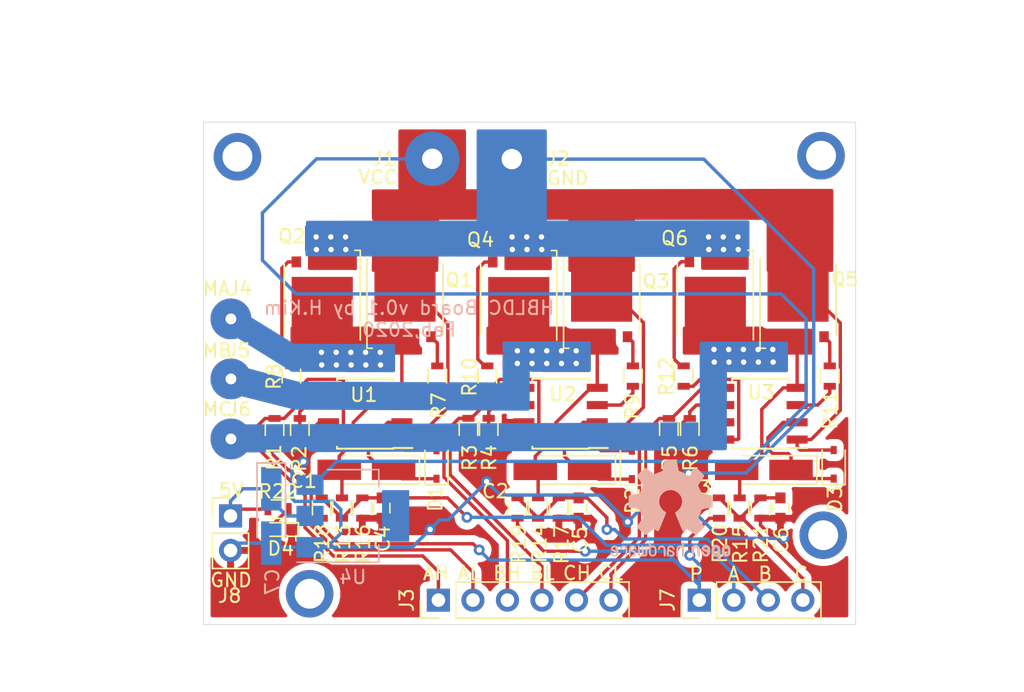
<source format=kicad_pcb>
(kicad_pcb (version 20171130) (host pcbnew "(5.1.5-0-10_14)")
  (layers (0 F.Cu signal) (31 B.Cu signal) (34 B.Paste user) (35 F.Paste user) (36 B.SilkS user) (37 F.SilkS user) (38 B.Mask user) (39 F.Mask user) (44 Edge.Cuts user))
  (net 0 "")
  (net 1 "Net-(C1-Pad1)")
  (net 2 /M_VA)
  (net 3 /M_VB)
  (net 4 "Net-(C2-Pad1)")
  (net 5 "Net-(C3-Pad1)")
  (net 6 /M_VC)
  (net 7 /ZC_A)
  (net 8 GND)
  (net 9 /ZC_B)
  (net 10 /ZC_C)
  (net 11 /VCC)
  (net 12 "Net-(D4-Pad2)")
  (net 13 /CTRL_CL)
  (net 14 /CTRL_CH)
  (net 15 /CTRL_BL)
  (net 16 /CTRL_BH)
  (net 17 /CTRL_AL)
  (net 18 /CTRL_AH)
  (net 19 /ZC_P)
  (net 20 "Net-(Q1-Pad4)")
  (net 21 "Net-(Q2-Pad4)")
  (net 22 "Net-(Q3-Pad4)")
  (net 23 "Net-(Q4-Pad4)")
  (net 24 "Net-(Q5-Pad4)")
  (net 25 "Net-(Q6-Pad4)")
  (net 26 "Net-(R7-Pad2)")
  (net 27 "Net-(R8-Pad2)")
  (net 28 "Net-(R9-Pad2)")
  (net 29 "Net-(R10-Pad2)")
  (net 30 "Net-(R11-Pad2)")
  (net 31 "Net-(R12-Pad2)")
  (net 32 /5V)
  (module Symbols:OSHW-Logo2_9.8x8mm_SilkScreen (layer B.Cu) (at 114.39 51.56 180)
    (fp_text reference REF*** hide)
    (fp_text value OSHW-Logo2_9.8x8mm_SilkScreen hide)
  )
  (module Mounting_Holes:MountingHole_2.2mm_M2_ISO7380_Pad (layer F.Cu) (at 87.82 57.73)
    (fp_text reference "" (at 0 -2.75) (layer F.SilkS))
    (fp_text value MountingHole_2.2mm_M2_ISO7380_Pad)
    (pad 1 thru_hole circle (at 0 0) (size 3.5 3.5) (drill 2.2) (layers *.Cu *.Mask))
  )
  (module Mounting_Holes:MountingHole_2.2mm_M2_ISO7380_Pad (layer F.Cu) (at 125.62 53.42)
    (fp_text reference "" (at 0 -2.75) (layer F.SilkS))
    (fp_text value MountingHole_2.2mm_M2_ISO7380_Pad)
    (pad 1 thru_hole circle (at 0 0) (size 3.5 3.5) (drill 2.2) (layers *.Cu *.Mask))
  )
  (module Mounting_Holes:MountingHole_2.2mm_M2_ISO7380_Pad (layer F.Cu) (at 125.46 25.47)
    (fp_text reference "" (at 0 -2.75) (layer F.SilkS))
    (fp_text value MountingHole_2.2mm_M2_ISO7380_Pad)
    (pad 1 thru_hole circle (at 0 0) (size 3.5 3.5) (drill 2.2) (layers *.Cu *.Mask))
  )
  (module Mounting_Holes:MountingHole_2.2mm_M2_ISO7380_Pad (layer F.Cu) (at 82.51 25.55)
    (fp_text reference "" (at 0 -2.75) (layer F.SilkS))
    (fp_text value MountingHole_2.2mm_M2_ISO7380_Pad)
    (pad 1 thru_hole circle (at 0 0) (size 3.5 3.5) (drill 2.2) (layers *.Cu *.Mask))
  )
  (module Wire_Pads:SolderWirePad_single_0-8mmDrill (layer F.Cu) (at 82.01 37.49)
    (fp_text reference J4 (at 0.73 -2.24) (layer F.SilkS))
    (fp_text value Conn_01x01)
    (pad 1 thru_hole circle (at 0.02 0) (size 3 3) (drill 0.8001) (layers *.Cu *.Mask) (net 2 /M_VA))
  )
  (module Capacitors_Tantalum_SMD:CP_Tantalum_Case-A_EIA-3216-18_Hand (layer F.Cu) (at 92 48.6 180)
    (fp_text reference C1 (at 4.61 -0.82) (layer F.SilkS))
    (fp_text value 1uF)
    (pad 1 smd rect (at -2 0 180) (size 3.2 1.5) (layers F.Cu F.Paste F.Mask) (net 1 "Net-(C1-Pad1)"))
    (pad 2 smd rect (at 2 0 180) (size 3.2 1.5) (layers F.Cu F.Paste F.Mask) (net 2 /M_VA))
  )
  (module Capacitors_Tantalum_SMD:CP_Tantalum_Case-A_EIA-3216-18_Hand (layer F.Cu) (at 106.426 48.61 180)
    (fp_text reference C2 (at 4.936 -1.57) (layer F.SilkS))
    (fp_text value 1uF)
    (pad 2 smd rect (at 2 0 180) (size 3.2 1.5) (layers F.Cu F.Paste F.Mask) (net 3 /M_VB))
    (pad 1 smd rect (at -2 0 180) (size 3.2 1.5) (layers F.Cu F.Paste F.Mask) (net 4 "Net-(C2-Pad1)"))
  )
  (module Capacitors_Tantalum_SMD:CP_Tantalum_Case-A_EIA-3216-18_Hand (layer F.Cu) (at 121.25 48.61 180)
    (fp_text reference C3 (at 4.84 -1.31) (layer F.SilkS))
    (fp_text value 1uF)
    (pad 1 smd rect (at -2 0 180) (size 3.2 1.5) (layers F.Cu F.Paste F.Mask) (net 5 "Net-(C3-Pad1)"))
    (pad 2 smd rect (at 2 0 180) (size 3.2 1.5) (layers F.Cu F.Paste F.Mask) (net 6 /M_VC))
  )
  (module Capacitors_SMD:C_0603 (layer F.Cu) (at 93.13 51.42 90)
    (fp_text reference C4 (at -2.27 0.08 90) (layer F.SilkS))
    (fp_text value 1nF)
    (pad 2 smd rect (at 0.75 0 90) (size 0.8 0.75) (layers F.Cu F.Paste F.Mask) (net 7 /ZC_A))
    (pad 1 smd rect (at -0.75 0 90) (size 0.8 0.75) (layers F.Cu F.Paste F.Mask) (net 8 GND))
  )
  (module Capacitors_SMD:C_0603 (layer F.Cu) (at 107.62 51.42 90)
    (fp_text reference C5 (at -2.33 0.1 90) (layer F.SilkS))
    (fp_text value 1nF)
    (pad 1 smd rect (at -0.75 0 90) (size 0.8 0.75) (layers F.Cu F.Paste F.Mask) (net 8 GND))
    (pad 2 smd rect (at 0.75 0 90) (size 0.8 0.75) (layers F.Cu F.Paste F.Mask) (net 9 /ZC_B))
  )
  (module Capacitors_SMD:C_0603 (layer F.Cu) (at 122.47 51.42 90)
    (fp_text reference C6 (at -2.37 0.06 90) (layer F.SilkS))
    (fp_text value 1nF)
    (pad 1 smd rect (at -0.75 0 90) (size 0.8 0.75) (layers F.Cu F.Paste F.Mask) (net 8 GND))
    (pad 2 smd rect (at 0.75 0 90) (size 0.8 0.75) (layers F.Cu F.Paste F.Mask) (net 10 /ZC_C))
  )
  (module Capacitors_Tantalum_SMD:CP_Tantalum_Case-A_EIA-3216-18_Hand (layer B.Cu) (at 85 52 270)
    (fp_text reference C7 (at 4.86 -0.08 270) (layer B.SilkS) (effects (justify mirror)))
    (fp_text value 1uF)
    (pad 2 smd rect (at 2 0 270) (size 3.2 1.5) (layers B.Cu B.Paste B.Mask) (net 8 GND))
    (pad 1 smd rect (at -2 0 270) (size 3.2 1.5) (layers B.Cu B.Paste B.Mask) (net 32 /5V))
  )
  (module Diodes_SMD:D_SOD-323 (layer F.Cu) (at 97.16 48.21 90)
    (fp_text reference D1 (at -2.51 -0.09 90) (layer F.SilkS))
    (fp_text value D)
    (pad 2 smd rect (at 1.05 0 90) (size 0.6 0.45) (layers F.Cu F.Paste F.Mask) (net 11 /VCC))
    (pad 1 smd rect (at -1.05 0 90) (size 0.6 0.45) (layers F.Cu F.Paste F.Mask) (net 1 "Net-(C1-Pad1)"))
  )
  (module Diodes_SMD:D_SOD-323 (layer F.Cu) (at 111.54 48.24 90)
    (fp_text reference D2 (at -2.64 0.05 90) (layer F.SilkS))
    (fp_text value D)
    (pad 1 smd rect (at -1.05 0 90) (size 0.6 0.45) (layers F.Cu F.Paste F.Mask) (net 4 "Net-(C2-Pad1)"))
    (pad 2 smd rect (at 1.05 0 90) (size 0.6 0.45) (layers F.Cu F.Paste F.Mask) (net 11 /VCC))
  )
  (module Diodes_SMD:D_SOD-323 (layer F.Cu) (at 126.39 48.2 90)
    (fp_text reference D3 (at -2.55 0.1 90) (layer F.SilkS))
    (fp_text value D)
    (pad 2 smd rect (at 1.05 0 90) (size 0.6 0.45) (layers F.Cu F.Paste F.Mask) (net 11 /VCC))
    (pad 1 smd rect (at -1.05 0 90) (size 0.6 0.45) (layers F.Cu F.Paste F.Mask) (net 5 "Net-(C3-Pad1)"))
  )
  (module LEDs:LED_0603 (layer F.Cu) (at 85.7 53 180)
    (fp_text reference D4 (at 0 -1.4) (layer F.SilkS))
    (fp_text value LED)
    (pad 1 smd rect (at -0.8 0) (size 0.8 0.8) (layers F.Cu F.Paste F.Mask) (net 8 GND))
    (pad 2 smd rect (at 0.8 0) (size 0.8 0.8) (layers F.Cu F.Paste F.Mask) (net 12 "Net-(D4-Pad2)"))
  )
  (module Wire_Pads:SolderWirePad_single_1-5mmDrill (layer F.Cu) (at 96.85 25.7)
    (fp_text reference J1 (at -3.54 -0.02) (layer F.SilkS))
    (fp_text value Conn_01x01)
    (pad 1 thru_hole circle (at 0 0) (size 4.0005 4.0005) (drill 1.50114) (layers *.Cu *.Mask) (net 11 /VCC))
  )
  (module Wire_Pads:SolderWirePad_single_1-5mmDrill (layer F.Cu) (at 102.7 25.72)
    (fp_text reference J2 (at 3.41 -0.04) (layer F.SilkS))
    (fp_text value Conn_01x01)
    (pad 1 thru_hole circle (at 0 0) (size 4.0005 4.0005) (drill 1.50114) (layers *.Cu *.Mask) (net 8 GND))
  )
  (module Pin_Headers:Pin_Header_Straight_1x06_Pitch2.54mm (layer F.Cu) (at 97.3 58.2 90)
    (fp_text reference J3 (at 0 -2.33 90) (layer F.SilkS))
    (fp_text value Conn_01x06_Male)
    (pad 6 thru_hole oval (at 0 12.7 90) (size 1.7 1.7) (drill 1) (layers *.Cu *.Mask) (net 13 /CTRL_CL))
    (pad 5 thru_hole oval (at 0 10.16 90) (size 1.7 1.7) (drill 1) (layers *.Cu *.Mask) (net 14 /CTRL_CH))
    (pad 4 thru_hole oval (at 0 7.62 90) (size 1.7 1.7) (drill 1) (layers *.Cu *.Mask) (net 15 /CTRL_BL))
    (pad 3 thru_hole oval (at 0 5.08 90) (size 1.7 1.7) (drill 1) (layers *.Cu *.Mask) (net 16 /CTRL_BH))
    (pad 2 thru_hole oval (at 0 2.54 90) (size 1.7 1.7) (drill 1) (layers *.Cu *.Mask) (net 17 /CTRL_AL))
    (pad 1 thru_hole rect (at 0 0 90) (size 1.7 1.7) (drill 1) (layers *.Cu *.Mask) (net 18 /CTRL_AH))
  )
  (module Wire_Pads:SolderWirePad_single_0-8mmDrill (layer F.Cu) (at 82.01 41.78)
    (fp_text reference J5 (at 0.61 -1.96) (layer F.SilkS))
    (fp_text value Conn_01x01)
    (pad 1 thru_hole circle (at 0.02 0.13) (size 3 3) (drill 0.8001) (layers *.Cu *.Mask) (net 3 /M_VB))
  )
  (module Wire_Pads:SolderWirePad_single_0-8mmDrill (layer F.Cu) (at 82.03 46.15)
    (fp_text reference J6 (at 0.64 -2.01) (layer F.SilkS))
    (fp_text value Conn_01x01)
    (pad 1 thru_hole circle (at 0 0.18) (size 3 3) (drill 0.8001) (layers *.Cu *.Mask) (net 6 /M_VC))
  )
  (module Pin_Headers:Pin_Header_Straight_1x04_Pitch2.54mm (layer F.Cu) (at 116.5 58.2 90)
    (fp_text reference J7 (at 0 -2.33 90) (layer F.SilkS))
    (fp_text value Conn_01x04_Male)
    (pad 4 thru_hole oval (at 0 7.62 90) (size 1.7 1.7) (drill 1) (layers *.Cu *.Mask) (net 10 /ZC_C))
    (pad 3 thru_hole oval (at 0 5.08 90) (size 1.7 1.7) (drill 1) (layers *.Cu *.Mask) (net 9 /ZC_B))
    (pad 2 thru_hole oval (at 0 2.54 90) (size 1.7 1.7) (drill 1) (layers *.Cu *.Mask) (net 7 /ZC_A))
    (pad 1 thru_hole rect (at 0 0 90) (size 1.7 1.7) (drill 1) (layers *.Cu *.Mask) (net 19 /ZC_P))
  )
  (module Pin_Headers:Pin_Header_Straight_1x02_Pitch2.54mm (layer F.Cu) (at 82 52)
    (fp_text reference J8 (at -0.06 5.88) (layer F.SilkS))
    (fp_text value Conn_01x02_Male)
    (pad 2 thru_hole oval (at 0 2.54) (size 1.7 1.7) (drill 1) (layers *.Cu *.Mask) (net 8 GND))
    (pad 1 thru_hole rect (at 0 0) (size 1.7 1.7) (drill 1) (layers *.Cu *.Mask) (net 32 /5V))
  )
  (module TO_SOT_Packages_SMD:TDSON-8-1 (layer F.Cu) (at 94.84 36.05 90)
    (fp_text reference Q1 (at 1.41 3.99 180) (layer F.SilkS))
    (fp_text value AON7745)
    (pad 5 smd rect (at -0.75 1.09) (size 1.55 1.2) (layers F.Cu F.Paste F.Mask) (net 11 /VCC))
    (pad 5 smd rect (at -0.75 -1.09) (size 1.55 1.2) (layers F.Cu F.Paste F.Mask) (net 11 /VCC))
    (pad 5 smd rect (at 1.25 1.09) (size 1.55 1.6) (layers F.Cu F.Paste F.Mask) (net 11 /VCC))
    (pad 5 smd rect (at 1.25 -1.09) (size 1.55 1.6) (layers F.Cu F.Paste F.Mask) (net 11 /VCC))
    (pad 5 smd rect (at 0.5 0) (size 4.5 4.29) (layers F.Cu F.Paste F.Mask) (net 11 /VCC))
    (pad 5 smd rect (at 2.75 -1.91) (size 0.7 0.8) (layers F.Cu F.Paste F.Mask) (net 11 /VCC))
    (pad 5 smd rect (at 2.75 -0.64) (size 0.7 0.8) (layers F.Cu F.Paste F.Mask) (net 11 /VCC))
    (pad 5 smd rect (at 2.75 0.64) (size 0.7 0.8) (layers F.Cu F.Paste F.Mask) (net 11 /VCC))
    (pad 5 smd rect (at 2.75 1.91) (size 0.7 0.8) (layers F.Cu F.Paste F.Mask) (net 11 /VCC))
    (pad 4 smd rect (at -2.75 1.91) (size 0.7 0.8) (layers F.Cu F.Paste F.Mask) (net 20 "Net-(Q1-Pad4)"))
    (pad 3 smd rect (at -2.75 0.64) (size 0.7 0.8) (layers F.Cu F.Paste F.Mask) (net 2 /M_VA))
    (pad 2 smd rect (at -2.75 -0.64) (size 0.7 0.8) (layers F.Cu F.Paste F.Mask) (net 2 /M_VA))
    (pad 1 smd rect (at -2.75 -1.91) (size 0.7 0.8) (layers F.Cu F.Paste F.Mask) (net 2 /M_VA))
  )
  (module TO_SOT_Packages_SMD:TDSON-8-1 (layer F.Cu) (at 88.75 36.04 270)
    (fp_text reference Q2 (at -4.63 2.24 180) (layer F.SilkS))
    (fp_text value AON7745)
    (pad 1 smd rect (at -2.75 -1.91 180) (size 0.7 0.8) (layers F.Cu F.Paste F.Mask) (net 8 GND))
    (pad 2 smd rect (at -2.75 -0.64 180) (size 0.7 0.8) (layers F.Cu F.Paste F.Mask) (net 8 GND))
    (pad 3 smd rect (at -2.75 0.64 180) (size 0.7 0.8) (layers F.Cu F.Paste F.Mask) (net 8 GND))
    (pad 4 smd rect (at -2.75 1.91 180) (size 0.7 0.8) (layers F.Cu F.Paste F.Mask) (net 21 "Net-(Q2-Pad4)"))
    (pad 5 smd rect (at 2.75 1.91 180) (size 0.7 0.8) (layers F.Cu F.Paste F.Mask) (net 2 /M_VA))
    (pad 5 smd rect (at 2.75 0.64 180) (size 0.7 0.8) (layers F.Cu F.Paste F.Mask) (net 2 /M_VA))
    (pad 5 smd rect (at 2.75 -0.64 180) (size 0.7 0.8) (layers F.Cu F.Paste F.Mask) (net 2 /M_VA))
    (pad 5 smd rect (at 2.75 -1.91 180) (size 0.7 0.8) (layers F.Cu F.Paste F.Mask) (net 2 /M_VA))
    (pad 5 smd rect (at 0.5 0 180) (size 4.5 4.29) (layers F.Cu F.Paste F.Mask) (net 2 /M_VA))
    (pad 5 smd rect (at 1.25 -1.09 180) (size 1.55 1.6) (layers F.Cu F.Paste F.Mask) (net 2 /M_VA))
    (pad 5 smd rect (at 1.25 1.09 180) (size 1.55 1.6) (layers F.Cu F.Paste F.Mask) (net 2 /M_VA))
    (pad 5 smd rect (at -0.75 -1.09 180) (size 1.55 1.2) (layers F.Cu F.Paste F.Mask) (net 2 /M_VA))
    (pad 5 smd rect (at -0.75 1.09 180) (size 1.55 1.2) (layers F.Cu F.Paste F.Mask) (net 2 /M_VA))
  )
  (module TO_SOT_Packages_SMD:TDSON-8-1 (layer F.Cu) (at 109.31 36.05 90)
    (fp_text reference Q3 (at 1.33 4.01 180) (layer F.SilkS))
    (fp_text value AON7745)
    (pad 1 smd rect (at -2.75 -1.91) (size 0.7 0.8) (layers F.Cu F.Paste F.Mask) (net 3 /M_VB))
    (pad 2 smd rect (at -2.75 -0.64) (size 0.7 0.8) (layers F.Cu F.Paste F.Mask) (net 3 /M_VB))
    (pad 3 smd rect (at -2.75 0.64) (size 0.7 0.8) (layers F.Cu F.Paste F.Mask) (net 3 /M_VB))
    (pad 4 smd rect (at -2.75 1.91) (size 0.7 0.8) (layers F.Cu F.Paste F.Mask) (net 22 "Net-(Q3-Pad4)"))
    (pad 5 smd rect (at 2.75 1.91) (size 0.7 0.8) (layers F.Cu F.Paste F.Mask) (net 11 /VCC))
    (pad 5 smd rect (at 2.75 0.64) (size 0.7 0.8) (layers F.Cu F.Paste F.Mask) (net 11 /VCC))
    (pad 5 smd rect (at 2.75 -0.64) (size 0.7 0.8) (layers F.Cu F.Paste F.Mask) (net 11 /VCC))
    (pad 5 smd rect (at 2.75 -1.91) (size 0.7 0.8) (layers F.Cu F.Paste F.Mask) (net 11 /VCC))
    (pad 5 smd rect (at 0.5 0) (size 4.5 4.29) (layers F.Cu F.Paste F.Mask) (net 11 /VCC))
    (pad 5 smd rect (at 1.25 -1.09) (size 1.55 1.6) (layers F.Cu F.Paste F.Mask) (net 11 /VCC))
    (pad 5 smd rect (at 1.25 1.09) (size 1.55 1.6) (layers F.Cu F.Paste F.Mask) (net 11 /VCC))
    (pad 5 smd rect (at -0.75 -1.09) (size 1.55 1.2) (layers F.Cu F.Paste F.Mask) (net 11 /VCC))
    (pad 5 smd rect (at -0.75 1.09) (size 1.55 1.2) (layers F.Cu F.Paste F.Mask) (net 11 /VCC))
  )
  (module TO_SOT_Packages_SMD:TDSON-8-1 (layer F.Cu) (at 103.21 36.05 270)
    (fp_text reference Q4 (at -4.39 2.82 180) (layer F.SilkS))
    (fp_text value AON7745)
    (pad 5 smd rect (at -0.75 1.09 180) (size 1.55 1.2) (layers F.Cu F.Paste F.Mask) (net 3 /M_VB))
    (pad 5 smd rect (at -0.75 -1.09 180) (size 1.55 1.2) (layers F.Cu F.Paste F.Mask) (net 3 /M_VB))
    (pad 5 smd rect (at 1.25 1.09 180) (size 1.55 1.6) (layers F.Cu F.Paste F.Mask) (net 3 /M_VB))
    (pad 5 smd rect (at 1.25 -1.09 180) (size 1.55 1.6) (layers F.Cu F.Paste F.Mask) (net 3 /M_VB))
    (pad 5 smd rect (at 0.5 0 180) (size 4.5 4.29) (layers F.Cu F.Paste F.Mask) (net 3 /M_VB))
    (pad 5 smd rect (at 2.75 -1.91 180) (size 0.7 0.8) (layers F.Cu F.Paste F.Mask) (net 3 /M_VB))
    (pad 5 smd rect (at 2.75 -0.64 180) (size 0.7 0.8) (layers F.Cu F.Paste F.Mask) (net 3 /M_VB))
    (pad 5 smd rect (at 2.75 0.64 180) (size 0.7 0.8) (layers F.Cu F.Paste F.Mask) (net 3 /M_VB))
    (pad 5 smd rect (at 2.75 1.91 180) (size 0.7 0.8) (layers F.Cu F.Paste F.Mask) (net 3 /M_VB))
    (pad 4 smd rect (at -2.75 1.91 180) (size 0.7 0.8) (layers F.Cu F.Paste F.Mask) (net 23 "Net-(Q4-Pad4)"))
    (pad 3 smd rect (at -2.75 0.64 180) (size 0.7 0.8) (layers F.Cu F.Paste F.Mask) (net 8 GND))
    (pad 2 smd rect (at -2.75 -0.64 180) (size 0.7 0.8) (layers F.Cu F.Paste F.Mask) (net 8 GND))
    (pad 1 smd rect (at -2.75 -1.91 180) (size 0.7 0.8) (layers F.Cu F.Paste F.Mask) (net 8 GND))
  )
  (module TO_SOT_Packages_SMD:TDSON-8-1 (layer F.Cu) (at 123.77 36.05 90)
    (fp_text reference Q5 (at 1.48 3.43 180) (layer F.SilkS))
    (fp_text value AON7745)
    (pad 1 smd rect (at -2.75 -1.91) (size 0.7 0.8) (layers F.Cu F.Paste F.Mask) (net 6 /M_VC))
    (pad 2 smd rect (at -2.75 -0.64) (size 0.7 0.8) (layers F.Cu F.Paste F.Mask) (net 6 /M_VC))
    (pad 3 smd rect (at -2.75 0.64) (size 0.7 0.8) (layers F.Cu F.Paste F.Mask) (net 6 /M_VC))
    (pad 4 smd rect (at -2.75 1.91) (size 0.7 0.8) (layers F.Cu F.Paste F.Mask) (net 24 "Net-(Q5-Pad4)"))
    (pad 5 smd rect (at 2.75 1.91) (size 0.7 0.8) (layers F.Cu F.Paste F.Mask) (net 11 /VCC))
    (pad 5 smd rect (at 2.75 0.64) (size 0.7 0.8) (layers F.Cu F.Paste F.Mask) (net 11 /VCC))
    (pad 5 smd rect (at 2.75 -0.64) (size 0.7 0.8) (layers F.Cu F.Paste F.Mask) (net 11 /VCC))
    (pad 5 smd rect (at 2.75 -1.91) (size 0.7 0.8) (layers F.Cu F.Paste F.Mask) (net 11 /VCC))
    (pad 5 smd rect (at 0.5 0) (size 4.5 4.29) (layers F.Cu F.Paste F.Mask) (net 11 /VCC))
    (pad 5 smd rect (at 1.25 -1.09) (size 1.55 1.6) (layers F.Cu F.Paste F.Mask) (net 11 /VCC))
    (pad 5 smd rect (at 1.25 1.09) (size 1.55 1.6) (layers F.Cu F.Paste F.Mask) (net 11 /VCC))
    (pad 5 smd rect (at -0.75 -1.09) (size 1.55 1.2) (layers F.Cu F.Paste F.Mask) (net 11 /VCC))
    (pad 5 smd rect (at -0.75 1.09) (size 1.55 1.2) (layers F.Cu F.Paste F.Mask) (net 11 /VCC))
  )
  (module TO_SOT_Packages_SMD:TDSON-8-1 (layer F.Cu) (at 117.68 36.03 270)
    (fp_text reference Q6 (at -4.48 2.99 180) (layer F.SilkS))
    (fp_text value AON7745)
    (pad 5 smd rect (at -0.75 1.09 180) (size 1.55 1.2) (layers F.Cu F.Paste F.Mask) (net 6 /M_VC))
    (pad 5 smd rect (at -0.75 -1.09 180) (size 1.55 1.2) (layers F.Cu F.Paste F.Mask) (net 6 /M_VC))
    (pad 5 smd rect (at 1.25 1.09 180) (size 1.55 1.6) (layers F.Cu F.Paste F.Mask) (net 6 /M_VC))
    (pad 5 smd rect (at 1.25 -1.09 180) (size 1.55 1.6) (layers F.Cu F.Paste F.Mask) (net 6 /M_VC))
    (pad 5 smd rect (at 0.5 0 180) (size 4.5 4.29) (layers F.Cu F.Paste F.Mask) (net 6 /M_VC))
    (pad 5 smd rect (at 2.75 -1.91 180) (size 0.7 0.8) (layers F.Cu F.Paste F.Mask) (net 6 /M_VC))
    (pad 5 smd rect (at 2.75 -0.64 180) (size 0.7 0.8) (layers F.Cu F.Paste F.Mask) (net 6 /M_VC))
    (pad 5 smd rect (at 2.75 0.64 180) (size 0.7 0.8) (layers F.Cu F.Paste F.Mask) (net 6 /M_VC))
    (pad 5 smd rect (at 2.75 1.91 180) (size 0.7 0.8) (layers F.Cu F.Paste F.Mask) (net 6 /M_VC))
    (pad 4 smd rect (at -2.75 1.91 180) (size 0.7 0.8) (layers F.Cu F.Paste F.Mask) (net 25 "Net-(Q6-Pad4)"))
    (pad 3 smd rect (at -2.75 0.64 180) (size 0.7 0.8) (layers F.Cu F.Paste F.Mask) (net 8 GND))
    (pad 2 smd rect (at -2.75 -0.64 180) (size 0.7 0.8) (layers F.Cu F.Paste F.Mask) (net 8 GND))
    (pad 1 smd rect (at -2.75 -1.91 180) (size 0.7 0.8) (layers F.Cu F.Paste F.Mask) (net 8 GND))
  )
  (module Resistors_SMD:R_0603 (layer F.Cu) (at 85.24 45.57 270)
    (fp_text reference R1 (at 2.12 0.03 90) (layer F.SilkS))
    (fp_text value 10K)
    (pad 2 smd rect (at 0.75 0 270) (size 0.5 0.9) (layers F.Cu F.Paste F.Mask) (net 8 GND))
    (pad 1 smd rect (at -0.75 0 270) (size 0.5 0.9) (layers F.Cu F.Paste F.Mask) (net 18 /CTRL_AH))
  )
  (module Resistors_SMD:R_0603 (layer F.Cu) (at 87.1 45.57 270)
    (fp_text reference R2 (at 2.21 0.04 90) (layer F.SilkS))
    (fp_text value 10K)
    (pad 1 smd rect (at -0.75 0 270) (size 0.5 0.9) (layers F.Cu F.Paste F.Mask) (net 17 /CTRL_AL))
    (pad 2 smd rect (at 0.75 0 270) (size 0.5 0.9) (layers F.Cu F.Paste F.Mask) (net 8 GND))
  )
  (module Resistors_SMD:R_0603 (layer F.Cu) (at 99.51 45.56 270)
    (fp_text reference R3 (at 2.16 -0.09 90) (layer F.SilkS))
    (fp_text value 10K)
    (pad 2 smd rect (at 0.75 0 270) (size 0.5 0.9) (layers F.Cu F.Paste F.Mask) (net 8 GND))
    (pad 1 smd rect (at -0.75 0 270) (size 0.5 0.9) (layers F.Cu F.Paste F.Mask) (net 16 /CTRL_BH))
  )
  (module Resistors_SMD:R_0603 (layer F.Cu) (at 101 45.56 270)
    (fp_text reference R4 (at 2.16 -0.04 90) (layer F.SilkS))
    (fp_text value 10K)
    (pad 1 smd rect (at -0.75 0 270) (size 0.5 0.9) (layers F.Cu F.Paste F.Mask) (net 15 /CTRL_BL))
    (pad 2 smd rect (at 0.75 0 270) (size 0.5 0.9) (layers F.Cu F.Paste F.Mask) (net 8 GND))
  )
  (module Resistors_SMD:R_0603 (layer F.Cu) (at 114.26 45.57 270)
    (fp_text reference R5 (at 2.17 -0.06 90) (layer F.SilkS))
    (fp_text value 10K)
    (pad 2 smd rect (at 0.75 0 270) (size 0.5 0.9) (layers F.Cu F.Paste F.Mask) (net 8 GND))
    (pad 1 smd rect (at -0.75 0 270) (size 0.5 0.9) (layers F.Cu F.Paste F.Mask) (net 14 /CTRL_CH))
  )
  (module Resistors_SMD:R_0603 (layer F.Cu) (at 115.8 45.57 270)
    (fp_text reference R6 (at 2.18 -0.05 90) (layer F.SilkS))
    (fp_text value 10K)
    (pad 1 smd rect (at -0.75 0 270) (size 0.5 0.9) (layers F.Cu F.Paste F.Mask) (net 13 /CTRL_CL))
    (pad 2 smd rect (at 0.75 0 270) (size 0.5 0.9) (layers F.Cu F.Paste F.Mask) (net 8 GND))
  )
  (module Resistors_SMD:R_0603 (layer F.Cu) (at 97.22 41.7 270)
    (fp_text reference R7 (at 2.18 -0.1 270) (layer F.SilkS))
    (fp_text value 22)
    (pad 1 smd rect (at -0.75 0 270) (size 0.5 0.9) (layers F.Cu F.Paste F.Mask) (net 20 "Net-(Q1-Pad4)"))
    (pad 2 smd rect (at 0.75 0 270) (size 0.5 0.9) (layers F.Cu F.Paste F.Mask) (net 26 "Net-(R7-Pad2)"))
  )
  (module Resistors_SMD:R_0603 (layer F.Cu) (at 86.48 41.7 270)
    (fp_text reference R8 (at 0.04 1.3 270) (layer F.SilkS))
    (fp_text value 22)
    (pad 2 smd rect (at 0.75 0 270) (size 0.5 0.9) (layers F.Cu F.Paste F.Mask) (net 27 "Net-(R8-Pad2)"))
    (pad 1 smd rect (at -0.75 0 270) (size 0.5 0.9) (layers F.Cu F.Paste F.Mask) (net 21 "Net-(Q2-Pad4)"))
  )
  (module Resistors_SMD:R_0603 (layer F.Cu) (at 111.61 41.7 270)
    (fp_text reference R9 (at 2.23 0.03 90) (layer F.SilkS))
    (fp_text value 22)
    (pad 2 smd rect (at 0.75 0 270) (size 0.5 0.9) (layers F.Cu F.Paste F.Mask) (net 28 "Net-(R9-Pad2)"))
    (pad 1 smd rect (at -0.75 0 270) (size 0.5 0.9) (layers F.Cu F.Paste F.Mask) (net 22 "Net-(Q3-Pad4)"))
  )
  (module Resistors_SMD:R_0603 (layer F.Cu) (at 100.9 41.7 270)
    (fp_text reference R10 (at 0.06 1.32 90) (layer F.SilkS))
    (fp_text value 22)
    (pad 1 smd rect (at -0.75 0 270) (size 0.5 0.9) (layers F.Cu F.Paste F.Mask) (net 23 "Net-(Q4-Pad4)"))
    (pad 2 smd rect (at 0.75 0 270) (size 0.5 0.9) (layers F.Cu F.Paste F.Mask) (net 29 "Net-(R10-Pad2)"))
  )
  (module Resistors_SMD:R_0603 (layer F.Cu) (at 126.1 41.7 270)
    (fp_text reference R11 (at 2.5 -0.03 90) (layer F.SilkS))
    (fp_text value 22)
    (pad 2 smd rect (at 0.75 0 270) (size 0.5 0.9) (layers F.Cu F.Paste F.Mask) (net 30 "Net-(R11-Pad2)"))
    (pad 1 smd rect (at -0.75 0 270) (size 0.5 0.9) (layers F.Cu F.Paste F.Mask) (net 24 "Net-(Q5-Pad4)"))
  )
  (module Resistors_SMD:R_0603 (layer F.Cu) (at 115.35 41.7 270)
    (fp_text reference R12 (at 0.04 1.28 90) (layer F.SilkS))
    (fp_text value 22)
    (pad 1 smd rect (at -0.75 0 270) (size 0.5 0.9) (layers F.Cu F.Paste F.Mask) (net 25 "Net-(Q6-Pad4)"))
    (pad 2 smd rect (at 0.75 0 270) (size 0.5 0.9) (layers F.Cu F.Paste F.Mask) (net 31 "Net-(R12-Pad2)"))
  )
  (module Resistors_SMD:R_0603 (layer F.Cu) (at 90.2 51.42 90)
    (fp_text reference R13 (at -2.63 0.09 90) (layer F.SilkS))
    (fp_text value 10K)
    (pad 2 smd rect (at 0.75 0 90) (size 0.5 0.9) (layers F.Cu F.Paste F.Mask) (net 2 /M_VA))
    (pad 1 smd rect (at -0.75 0 90) (size 0.5 0.9) (layers F.Cu F.Paste F.Mask) (net 7 /ZC_A))
  )
  (module Resistors_SMD:R_0603 (layer F.Cu) (at 104.64 51.42 90)
    (fp_text reference R14 (at -2.61 0.1 90) (layer F.SilkS))
    (fp_text value 10K)
    (pad 1 smd rect (at -0.75 0 90) (size 0.5 0.9) (layers F.Cu F.Paste F.Mask) (net 9 /ZC_B))
    (pad 2 smd rect (at 0.75 0 90) (size 0.5 0.9) (layers F.Cu F.Paste F.Mask) (net 3 /M_VB))
  )
  (module Resistors_SMD:R_0603 (layer F.Cu) (at 119.47 51.42 90)
    (fp_text reference R15 (at -2.66 0.05 90) (layer F.SilkS))
    (fp_text value 10K)
    (pad 2 smd rect (at 0.75 0 90) (size 0.5 0.9) (layers F.Cu F.Paste F.Mask) (net 6 /M_VC))
    (pad 1 smd rect (at -0.75 0 90) (size 0.5 0.9) (layers F.Cu F.Paste F.Mask) (net 10 /ZC_C))
  )
  (module Resistors_SMD:R_0603 (layer F.Cu) (at 91.7 51.42 270)
    (fp_text reference R16 (at 2.62 -0.05 90) (layer F.SilkS))
    (fp_text value 1K)
    (pad 2 smd rect (at 0.75 0 270) (size 0.5 0.9) (layers F.Cu F.Paste F.Mask) (net 8 GND))
    (pad 1 smd rect (at -0.75 0 270) (size 0.5 0.9) (layers F.Cu F.Paste F.Mask) (net 7 /ZC_A))
  )
  (module Resistors_SMD:R_0603 (layer F.Cu) (at 106.16 51.42 270)
    (fp_text reference R17 (at 2.69 -0.2 90) (layer F.SilkS))
    (fp_text value 1K)
    (pad 1 smd rect (at -0.75 0 270) (size 0.5 0.9) (layers F.Cu F.Paste F.Mask) (net 9 /ZC_B))
    (pad 2 smd rect (at 0.75 0 270) (size 0.5 0.9) (layers F.Cu F.Paste F.Mask) (net 8 GND))
  )
  (module Resistors_SMD:R_0603 (layer F.Cu) (at 88.71 51.42 90)
    (fp_text reference R18 (at -2.61 0.03 90) (layer F.SilkS))
    (fp_text value 10K)
    (pad 1 smd rect (at -0.75 0 90) (size 0.5 0.9) (layers F.Cu F.Paste F.Mask) (net 19 /ZC_P))
    (pad 2 smd rect (at 0.75 0 90) (size 0.5 0.9) (layers F.Cu F.Paste F.Mask) (net 7 /ZC_A))
  )
  (module Resistors_SMD:R_0603 (layer F.Cu) (at 103.124 51.42 90)
    (fp_text reference R19 (at -2.64 0.08 90) (layer F.SilkS))
    (fp_text value 10K)
    (pad 2 smd rect (at 0.75 0 90) (size 0.5 0.9) (layers F.Cu F.Paste F.Mask) (net 9 /ZC_B))
    (pad 1 smd rect (at -0.75 0 90) (size 0.5 0.9) (layers F.Cu F.Paste F.Mask) (net 19 /ZC_P))
  )
  (module Resistors_SMD:R_0603 (layer F.Cu) (at 117.95 51.42 90)
    (fp_text reference R20 (at -2.62 0.07 90) (layer F.SilkS))
    (fp_text value 10K)
    (pad 1 smd rect (at -0.75 0 90) (size 0.5 0.9) (layers F.Cu F.Paste F.Mask) (net 19 /ZC_P))
    (pad 2 smd rect (at 0.75 0 90) (size 0.5 0.9) (layers F.Cu F.Paste F.Mask) (net 10 /ZC_C))
  )
  (module Resistors_SMD:R_0603 (layer F.Cu) (at 121 51.42 270)
    (fp_text reference R21 (at 2.62 -0.03 90) (layer F.SilkS))
    (fp_text value 1K)
    (pad 2 smd rect (at 0.75 0 270) (size 0.5 0.9) (layers F.Cu F.Paste F.Mask) (net 8 GND))
    (pad 1 smd rect (at -0.75 0 270) (size 0.5 0.9) (layers F.Cu F.Paste F.Mask) (net 10 /ZC_C))
  )
  (module Resistors_SMD:R_0603 (layer F.Cu) (at 85.5 51.5)
    (fp_text reference R22 (at 0 -1.3) (layer F.SilkS))
    (fp_text value 1K)
    (pad 1 smd rect (at -0.75 0) (size 0.5 0.9) (layers F.Cu F.Paste F.Mask) (net 32 /5V))
    (pad 2 smd rect (at 0.75 0) (size 0.5 0.9) (layers F.Cu F.Paste F.Mask) (net 12 "Net-(D4-Pad2)"))
  )
  (module Housings_SOIC:SOIC-8_3.9x4.9mm_Pitch1.27mm (layer F.Cu) (at 91.91 44.47 180)
    (fp_text reference U1 (at 0.1 1.39 180) (layer F.SilkS))
    (fp_text value IR2011)
    (pad 8 smd rect (at 2.7 -1.905 180) (size 1.55 0.6) (layers F.Cu F.Paste F.Mask) (net 27 "Net-(R8-Pad2)"))
    (pad 7 smd rect (at 2.7 -0.635 180) (size 1.55 0.6) (layers F.Cu F.Paste F.Mask) (net 8 GND))
    (pad 6 smd rect (at 2.7 0.635 180) (size 1.55 0.6) (layers F.Cu F.Paste F.Mask) (net 17 /CTRL_AL))
    (pad 5 smd rect (at 2.7 1.905 180) (size 1.55 0.6) (layers F.Cu F.Paste F.Mask) (net 18 /CTRL_AH))
    (pad 4 smd rect (at -2.7 1.905 180) (size 1.55 0.6) (layers F.Cu F.Paste F.Mask) (net 2 /M_VA))
    (pad 3 smd rect (at -2.7 0.635 180) (size 1.55 0.6) (layers F.Cu F.Paste F.Mask) (net 26 "Net-(R7-Pad2)"))
    (pad 2 smd rect (at -2.7 -0.635 180) (size 1.55 0.6) (layers F.Cu F.Paste F.Mask) (net 1 "Net-(C1-Pad1)"))
    (pad 1 smd rect (at -2.7 -1.905 180) (size 1.55 0.6) (layers F.Cu F.Paste F.Mask) (net 11 /VCC))
  )
  (module Housings_SOIC:SOIC-8_3.9x4.9mm_Pitch1.27mm (layer F.Cu) (at 106.29 44.47 180)
    (fp_text reference U2 (at -0.17 1.43) (layer F.SilkS))
    (fp_text value IR2011)
    (pad 1 smd rect (at -2.7 -1.905 180) (size 1.55 0.6) (layers F.Cu F.Paste F.Mask) (net 11 /VCC))
    (pad 2 smd rect (at -2.7 -0.635 180) (size 1.55 0.6) (layers F.Cu F.Paste F.Mask) (net 4 "Net-(C2-Pad1)"))
    (pad 3 smd rect (at -2.7 0.635 180) (size 1.55 0.6) (layers F.Cu F.Paste F.Mask) (net 28 "Net-(R9-Pad2)"))
    (pad 4 smd rect (at -2.7 1.905 180) (size 1.55 0.6) (layers F.Cu F.Paste F.Mask) (net 3 /M_VB))
    (pad 5 smd rect (at 2.7 1.905 180) (size 1.55 0.6) (layers F.Cu F.Paste F.Mask) (net 16 /CTRL_BH))
    (pad 6 smd rect (at 2.7 0.635 180) (size 1.55 0.6) (layers F.Cu F.Paste F.Mask) (net 15 /CTRL_BL))
    (pad 7 smd rect (at 2.7 -0.635 180) (size 1.55 0.6) (layers F.Cu F.Paste F.Mask) (net 8 GND))
    (pad 8 smd rect (at 2.7 -1.905 180) (size 1.55 0.6) (layers F.Cu F.Paste F.Mask) (net 29 "Net-(R10-Pad2)"))
  )
  (module Housings_SOIC:SOIC-8_3.9x4.9mm_Pitch1.27mm (layer F.Cu) (at 121 44.47 180)
    (fp_text reference U3 (at -0.05 1.57) (layer F.SilkS))
    (fp_text value IR2011)
    (pad 8 smd rect (at 2.7 -1.905 180) (size 1.55 0.6) (layers F.Cu F.Paste F.Mask) (net 31 "Net-(R12-Pad2)"))
    (pad 7 smd rect (at 2.7 -0.635 180) (size 1.55 0.6) (layers F.Cu F.Paste F.Mask) (net 8 GND))
    (pad 6 smd rect (at 2.7 0.635 180) (size 1.55 0.6) (layers F.Cu F.Paste F.Mask) (net 13 /CTRL_CL))
    (pad 5 smd rect (at 2.7 1.905 180) (size 1.55 0.6) (layers F.Cu F.Paste F.Mask) (net 14 /CTRL_CH))
    (pad 4 smd rect (at -2.7 1.905 180) (size 1.55 0.6) (layers F.Cu F.Paste F.Mask) (net 6 /M_VC))
    (pad 3 smd rect (at -2.7 0.635 180) (size 1.55 0.6) (layers F.Cu F.Paste F.Mask) (net 30 "Net-(R11-Pad2)"))
    (pad 2 smd rect (at -2.7 -0.635 180) (size 1.55 0.6) (layers F.Cu F.Paste F.Mask) (net 5 "Net-(C3-Pad1)"))
    (pad 1 smd rect (at -2.7 -1.905 180) (size 1.55 0.6) (layers F.Cu F.Paste F.Mask) (net 11 /VCC))
  )
  (module TO_SOT_Packages_SMD:SOT-223 (layer B.Cu) (at 91 52)
    (fp_text reference U4 (at 0 4.5) (layer B.SilkS) (effects (justify mirror)))
    (fp_text value AMS1117-3.3)
    (pad 1 smd rect (at -3.15 2.3) (size 2 1.5) (layers B.Cu B.Paste B.Mask) (net 8 GND))
    (pad 3 smd rect (at -3.15 -2.3) (size 2 1.5) (layers B.Cu B.Paste B.Mask) (net 11 /VCC))
    (pad 2 smd rect (at -3.15 0) (size 2 1.5) (layers B.Cu B.Paste B.Mask) (net 32 /5V))
    (pad 4 smd rect (at 3.15 0) (size 2 3.8) (layers B.Cu B.Paste B.Mask))
  )
  (gr_text "HBLDC Board v0.1 by H.Kim\nFeb,2020" (at 95.14 37.48) (layer B.SilkS) (effects (font (size 1 1)) (justify mirror)))
  (gr_text C (at 124 56.27) (layer F.SilkS) (effects (font (size 1 1))))
  (gr_text B (at 121.35 56.27) (layer F.SilkS) (effects (font (size 1 1))))
  (gr_text A (at 119.03 56.27) (layer F.SilkS) (effects (font (size 1 1))))
  (gr_text P (at 116.28 56.27) (layer F.SilkS) (effects (font (size 1 1))))
  (gr_text CL (at 109.99 56.21) (layer F.SilkS) (effects (font (size 1 1))))
  (gr_text CH (at 107.49 56.21) (layer F.SilkS) (effects (font (size 1 1))))
  (gr_text BL (at 104.96 56.21) (layer F.SilkS) (effects (font (size 1 1))))
  (gr_text BH (at 102.35 56.21) (layer F.SilkS) (effects (font (size 1 1))))
  (gr_text AL (at 99.56 56.21) (layer F.SilkS) (effects (font (size 1 1))))
  (gr_text AH (at 97.12 56.21) (layer F.SilkS) (effects (font (size 1 1))))
  (gr_text GND (at 82.04 56.73) (layer F.SilkS) (effects (font (size 1 1))))
  (gr_text 5V (at 82.06 50.1) (layer F.SilkS) (effects (font (size 1 1))))
  (gr_text MB (at 81.031428 39.82) (layer F.SilkS) (effects (font (size 1 1))))
  (gr_text MC (at 81.031428 44.14) (layer F.SilkS) (effects (font (size 1 1))))
  (gr_text MA (at 80.96 35.25) (layer F.SilkS) (effects (font (size 1 1))))
  (gr_text GND (at 106.82 27.13) (layer F.SilkS) (effects (font (size 1 1))))
  (gr_text VCC (at 92.85 27.06) (layer F.SilkS) (effects (font (size 1 1))))
  (gr_line (start 80 60) (end 128 60) (layer Edge.Cuts) (width 0.05))
  (gr_line (start 80 23) (end 80 60) (layer Edge.Cuts) (width 0.05))
  (gr_line (start 128 23) (end 80 23) (layer Edge.Cuts) (width 0.05))
  (gr_line (start 128 60) (end 128 23) (layer Edge.Cuts) (width 0.05))
  (segment (start 92.15 47.6) (end 93.15 48.6) (width 0.25) (layer F.Cu) (net 1))
  (segment (start 93.15 48.6) (end 94 48.6) (width 0.25) (layer F.Cu) (net 1))
  (segment (start 93.585 45.105) (end 92.15 46.54) (width 0.25) (layer F.Cu) (net 1))
  (segment (start 92.15 46.54) (end 92.15 47.6) (width 0.25) (layer F.Cu) (net 1))
  (segment (start 94.61 45.105) (end 93.585 45.105) (width 0.25) (layer F.Cu) (net 1))
  (segment (start 94.66 49.26) (end 94 48.6) (width 0.25) (layer F.Cu) (net 1))
  (segment (start 97.16 49.26) (end 94.66 49.26) (width 0.25) (layer F.Cu) (net 1))
  (segment (start 88.11 37.74) (end 87.66 37.29) (width 0.25) (layer F.Cu) (net 2))
  (segment (start 88.11 38.79) (end 88.11 37.74) (width 0.25) (layer F.Cu) (net 2))
  (segment (start 94.61 39.21) (end 94.2 38.8) (width 0.25) (layer F.Cu) (net 2))
  (segment (start 94.61 42.565) (end 94.61 39.21) (width 0.25) (layer F.Cu) (net 2))
  (segment (start 93.585 42.565) (end 91.03 45.12) (width 0.25) (layer F.Cu) (net 2))
  (segment (start 94.61 42.565) (end 93.585 42.565) (width 0.25) (layer F.Cu) (net 2))
  (segment (start 90 47.6) (end 90 48.6) (width 0.25) (layer F.Cu) (net 2))
  (segment (start 91.03 46.57) (end 90 47.6) (width 0.25) (layer F.Cu) (net 2))
  (segment (start 91.03 45.12) (end 91.03 46.57) (width 0.25) (layer F.Cu) (net 2))
  (segment (start 90.2 48.8) (end 90 48.6) (width 0.25) (layer F.Cu) (net 2))
  (segment (start 90.2 50.67) (end 90.2 48.8) (width 0.25) (layer F.Cu) (net 2))
  (via (at 88.69 39.95) (size 0.8) (drill 0.4) (layers F.Cu B.Cu) (net 2))
  (via (at 89.7725 39.95) (size 0.8) (drill 0.4) (layers F.Cu B.Cu) (net 2))
  (via (at 90.855 39.95) (size 0.8) (drill 0.4) (layers F.Cu B.Cu) (net 2))
  (via (at 91.9375 39.95) (size 0.8) (drill 0.4) (layers F.Cu B.Cu) (net 2))
  (via (at 93.02 39.95) (size 0.8) (drill 0.4) (layers F.Cu B.Cu) (net 2))
  (via (at 93.04 40.88) (size 0.8) (drill 0.4) (layers F.Cu B.Cu) (net 2))
  (via (at 91.9575 40.88) (size 0.8) (drill 0.4) (layers F.Cu B.Cu) (net 2))
  (via (at 88.71 40.88) (size 0.8) (drill 0.4) (layers F.Cu B.Cu) (net 2))
  (via (at 89.7925 40.88) (size 0.8) (drill 0.4) (layers F.Cu B.Cu) (net 2))
  (via (at 90.875 40.88) (size 0.8) (drill 0.4) (layers F.Cu B.Cu) (net 2))
  (via (at 103.11 40.77) (size 0.8) (drill 0.4) (layers F.Cu B.Cu) (net 3))
  (via (at 105.275 40.77) (size 0.8) (drill 0.4) (layers F.Cu B.Cu) (net 3))
  (via (at 107.44 39.84) (size 0.8) (drill 0.4) (layers F.Cu B.Cu) (net 3))
  (via (at 104.1925 40.77) (size 0.8) (drill 0.4) (layers F.Cu B.Cu) (net 3))
  (via (at 106.3575 40.77) (size 0.8) (drill 0.4) (layers F.Cu B.Cu) (net 3))
  (via (at 107.44 40.77) (size 0.8) (drill 0.4) (layers F.Cu B.Cu) (net 3))
  (via (at 106.3575 39.84) (size 0.8) (drill 0.4) (layers F.Cu B.Cu) (net 3))
  (via (at 103.11 39.84) (size 0.8) (drill 0.4) (layers F.Cu B.Cu) (net 3))
  (via (at 104.1925 39.84) (size 0.8) (drill 0.4) (layers F.Cu B.Cu) (net 3))
  (via (at 105.275 39.84) (size 0.8) (drill 0.4) (layers F.Cu B.Cu) (net 3))
  (segment (start 102.57 37.75) (end 102.12 37.3) (width 0.25) (layer F.Cu) (net 3))
  (segment (start 102.57 38.8) (end 102.57 37.75) (width 0.25) (layer F.Cu) (net 3))
  (segment (start 108.515 42.565) (end 105.93 45.15) (width 0.25) (layer F.Cu) (net 3))
  (segment (start 108.99 42.565) (end 108.515 42.565) (width 0.25) (layer F.Cu) (net 3))
  (segment (start 104.426 47.61) (end 104.426 48.61) (width 0.25) (layer F.Cu) (net 3))
  (segment (start 105.93 46.106) (end 104.426 47.61) (width 0.25) (layer F.Cu) (net 3))
  (segment (start 105.93 45.15) (end 105.93 46.106) (width 0.25) (layer F.Cu) (net 3))
  (segment (start 104.64 48.824) (end 104.426 48.61) (width 0.25) (layer F.Cu) (net 3))
  (segment (start 104.64 50.67) (end 104.64 48.824) (width 0.25) (layer F.Cu) (net 3))
  (segment (start 108.99 39.12) (end 108.67 38.8) (width 0.25) (layer F.Cu) (net 3))
  (segment (start 108.99 42.565) (end 108.99 39.12) (width 0.25) (layer F.Cu) (net 3))
  (segment (start 107.576 48.61) (end 108.426 48.61) (width 0.25) (layer F.Cu) (net 4))
  (segment (start 106.576 46.494) (end 106.576 47.61) (width 0.25) (layer F.Cu) (net 4))
  (segment (start 106.576 47.61) (end 107.576 48.61) (width 0.25) (layer F.Cu) (net 4))
  (segment (start 107.965 45.105) (end 106.576 46.494) (width 0.25) (layer F.Cu) (net 4))
  (segment (start 108.99 45.105) (end 107.965 45.105) (width 0.25) (layer F.Cu) (net 4))
  (segment (start 109.106 49.29) (end 108.426 48.61) (width 0.25) (layer F.Cu) (net 4))
  (segment (start 111.54 49.29) (end 109.106 49.29) (width 0.25) (layer F.Cu) (net 4))
  (segment (start 123.25 47.61) (end 123.25 48.61) (width 0.25) (layer F.Cu) (net 5))
  (segment (start 121.9 47.41) (end 123.05 47.41) (width 0.25) (layer F.Cu) (net 5))
  (segment (start 121.55001 46.22999) (end 121.55001 47.06001) (width 0.25) (layer F.Cu) (net 5))
  (segment (start 123.7 45.105) (end 122.675 45.105) (width 0.25) (layer F.Cu) (net 5))
  (segment (start 121.55001 47.06001) (end 121.9 47.41) (width 0.25) (layer F.Cu) (net 5))
  (segment (start 123.05 47.41) (end 123.25 47.61) (width 0.25) (layer F.Cu) (net 5))
  (segment (start 122.675 45.105) (end 121.55001 46.22999) (width 0.25) (layer F.Cu) (net 5))
  (segment (start 123.89 49.25) (end 123.25 48.61) (width 0.25) (layer F.Cu) (net 5))
  (segment (start 126.39 49.25) (end 123.89 49.25) (width 0.25) (layer F.Cu) (net 5))
  (via (at 121.93 40.67) (size 0.8) (drill 0.4) (layers F.Cu B.Cu) (net 6))
  (via (at 119.745 39.74) (size 0.8) (drill 0.4) (layers F.Cu B.Cu) (net 6))
  (via (at 120.8275 39.74) (size 0.8) (drill 0.4) (layers F.Cu B.Cu) (net 6))
  (via (at 121.91 39.74) (size 0.8) (drill 0.4) (layers F.Cu B.Cu) (net 6))
  (via (at 117.58 39.74) (size 0.8) (drill 0.4) (layers F.Cu B.Cu) (net 6))
  (via (at 118.6825 40.67) (size 0.8) (drill 0.4) (layers F.Cu B.Cu) (net 6))
  (via (at 120.8475 40.67) (size 0.8) (drill 0.4) (layers F.Cu B.Cu) (net 6))
  (via (at 118.6625 39.74) (size 0.8) (drill 0.4) (layers F.Cu B.Cu) (net 6))
  (via (at 117.6 40.67) (size 0.8) (drill 0.4) (layers F.Cu B.Cu) (net 6))
  (via (at 119.765 40.67) (size 0.8) (drill 0.4) (layers F.Cu B.Cu) (net 6))
  (segment (start 117.04 37.73) (end 116.59 37.28) (width 0.25) (layer F.Cu) (net 6))
  (segment (start 117.04 38.78) (end 117.04 37.73) (width 0.25) (layer F.Cu) (net 6))
  (segment (start 123.7 39.37) (end 123.13 38.8) (width 0.25) (layer F.Cu) (net 6))
  (segment (start 123.7 42.565) (end 123.7 39.37) (width 0.25) (layer F.Cu) (net 6))
  (segment (start 121.1 47.61) (end 120.1 48.61) (width 0.25) (layer F.Cu) (net 6))
  (segment (start 121.1 44.14) (end 121.1 47.61) (width 0.25) (layer F.Cu) (net 6))
  (segment (start 120.1 48.61) (end 119.25 48.61) (width 0.25) (layer F.Cu) (net 6))
  (segment (start 122.675 42.565) (end 121.1 44.14) (width 0.25) (layer F.Cu) (net 6))
  (segment (start 123.7 42.565) (end 122.675 42.565) (width 0.25) (layer F.Cu) (net 6))
  (segment (start 119.47 48.83) (end 119.25 48.61) (width 0.25) (layer F.Cu) (net 6))
  (segment (start 119.47 50.67) (end 119.47 48.83) (width 0.25) (layer F.Cu) (net 6))
  (segment (start 90.2 52.17) (end 91.7 50.67) (width 0.25) (layer F.Cu) (net 7))
  (segment (start 91.7 50.67) (end 93.13 50.67) (width 0.25) (layer F.Cu) (net 7))
  (segment (start 90.2 52.16) (end 88.71 50.67) (width 0.25) (layer F.Cu) (net 7))
  (segment (start 90.2 52.17) (end 90.2 52.16) (width 0.25) (layer F.Cu) (net 7))
  (segment (start 93.13 50.67) (end 97.97 50.67) (width 0.25) (layer F.Cu) (net 7))
  (segment (start 97.97 50.67) (end 99.4 52.1) (width 0.25) (layer F.Cu) (net 7))
  (via (at 99.4 52.1) (size 0.8) (drill 0.4) (layers F.Cu B.Cu) (net 7))
  (segment (start 119.04 56.29641) (end 119.04 58.2) (width 0.25) (layer B.Cu) (net 7))
  (segment (start 116.89358 54.14999) (end 119.04 56.29641) (width 0.25) (layer B.Cu) (net 7))
  (segment (start 109.64999 54.14999) (end 116.89358 54.14999) (width 0.25) (layer B.Cu) (net 7))
  (segment (start 107.6 52.1) (end 109.64999 54.14999) (width 0.25) (layer B.Cu) (net 7))
  (segment (start 99.4 52.1) (end 107.6 52.1) (width 0.25) (layer B.Cu) (net 7))
  (via (at 88.32 32.38) (size 0.8) (drill 0.4) (layers F.Cu B.Cu) (net 8))
  (via (at 90.485 32.38) (size 0.8) (drill 0.4) (layers F.Cu B.Cu) (net 8))
  (via (at 89.4025 32.38) (size 0.8) (drill 0.4) (layers F.Cu B.Cu) (net 8))
  (via (at 88.3 31.45) (size 0.8) (drill 0.4) (layers F.Cu B.Cu) (net 8))
  (via (at 89.3825 31.45) (size 0.8) (drill 0.4) (layers F.Cu B.Cu) (net 8))
  (via (at 90.465 31.45) (size 0.8) (drill 0.4) (layers F.Cu B.Cu) (net 8))
  (segment (start 91.7 52.17) (end 93.13 52.17) (width 0.25) (layer F.Cu) (net 8))
  (segment (start 106.16 52.17) (end 107.62 52.17) (width 0.25) (layer F.Cu) (net 8))
  (segment (start 122.47 52.17) (end 121 52.17) (width 0.25) (layer F.Cu) (net 8))
  (via (at 104.885 31.45) (size 0.8) (drill 0.4) (layers F.Cu B.Cu) (net 8))
  (via (at 103.8225 32.38) (size 0.8) (drill 0.4) (layers F.Cu B.Cu) (net 8))
  (via (at 102.74 32.38) (size 0.8) (drill 0.4) (layers F.Cu B.Cu) (net 8))
  (via (at 104.905 32.38) (size 0.8) (drill 0.4) (layers F.Cu B.Cu) (net 8))
  (via (at 103.8025 31.45) (size 0.8) (drill 0.4) (layers F.Cu B.Cu) (net 8))
  (via (at 102.72 31.45) (size 0.8) (drill 0.4) (layers F.Cu B.Cu) (net 8))
  (via (at 117.2 32.38) (size 0.8) (drill 0.4) (layers F.Cu B.Cu) (net 8))
  (via (at 118.2825 32.38) (size 0.8) (drill 0.4) (layers F.Cu B.Cu) (net 8))
  (via (at 119.345 31.45) (size 0.8) (drill 0.4) (layers F.Cu B.Cu) (net 8))
  (via (at 118.2625 31.45) (size 0.8) (drill 0.4) (layers F.Cu B.Cu) (net 8))
  (via (at 117.18 31.45) (size 0.8) (drill 0.4) (layers F.Cu B.Cu) (net 8))
  (via (at 119.365 32.38) (size 0.8) (drill 0.4) (layers F.Cu B.Cu) (net 8))
  (segment (start 85.3 54.3) (end 85 54) (width 0.25) (layer B.Cu) (net 8))
  (segment (start 87.85 54.3) (end 85.3 54.3) (width 0.25) (layer B.Cu) (net 8))
  (segment (start 83.202081 54.54) (end 82 54.54) (width 0.25) (layer F.Cu) (net 8))
  (segment (start 85.61 54.54) (end 83.202081 54.54) (width 0.25) (layer F.Cu) (net 8))
  (segment (start 86.5 53.65) (end 85.61 54.54) (width 0.25) (layer F.Cu) (net 8))
  (segment (start 86.5 53) (end 86.5 53.65) (width 0.25) (layer F.Cu) (net 8))
  (segment (start 99.51 46.31) (end 101 46.31) (width 0.25) (layer F.Cu) (net 8))
  (segment (start 88.515 45.105) (end 89.21 45.105) (width 0.25) (layer F.Cu) (net 8))
  (segment (start 87.3 46.32) (end 88.515 45.105) (width 0.25) (layer F.Cu) (net 8))
  (segment (start 87.1 46.32) (end 87.3 46.32) (width 0.25) (layer F.Cu) (net 8))
  (segment (start 102.7 25.72) (end 116.83 25.72) (width 0.25) (layer B.Cu) (net 8))
  (segment (start 116.83 25.72) (end 124.92 33.81) (width 0.25) (layer B.Cu) (net 8))
  (segment (start 124.92 33.81) (end 124.92 43.51) (width 0.25) (layer B.Cu) (net 8))
  (segment (start 124.92 43.51) (end 124.92 43.85) (width 0.25) (layer B.Cu) (net 8))
  (segment (start 124.92 43.85) (end 119.93 48.84) (width 0.25) (layer B.Cu) (net 8))
  (segment (start 119.93 48.84) (end 115.71 48.84) (width 0.25) (layer B.Cu) (net 8))
  (via (at 115.71 48.84) (size 0.8) (drill 0.4) (layers F.Cu B.Cu) (net 8))
  (segment (start 115.71 46.41) (end 115.8 46.32) (width 0.25) (layer F.Cu) (net 8))
  (segment (start 115.71 48.84) (end 115.71 46.41) (width 0.25) (layer F.Cu) (net 8))
  (segment (start 115.8 46.32) (end 114.26 46.32) (width 0.25) (layer F.Cu) (net 8))
  (segment (start 116.5 46.32) (end 117.715 45.105) (width 0.25) (layer F.Cu) (net 8))
  (segment (start 117.715 45.105) (end 118.3 45.105) (width 0.25) (layer F.Cu) (net 8))
  (segment (start 115.8 46.32) (end 116.5 46.32) (width 0.25) (layer F.Cu) (net 8))
  (segment (start 115.71 48.84) (end 115.71 51.29) (width 0.25) (layer B.Cu) (net 8))
  (segment (start 115.71 51.29) (end 118.07 53.65) (width 0.25) (layer B.Cu) (net 8))
  (segment (start 118.07 53.65) (end 122.72 53.65) (width 0.25) (layer B.Cu) (net 8))
  (via (at 122.72 53.65) (size 0.8) (drill 0.4) (layers F.Cu B.Cu) (net 8))
  (segment (start 122.154315 53.65) (end 122.72 53.65) (width 0.25) (layer F.Cu) (net 8))
  (segment (start 121.98 53.65) (end 122.154315 53.65) (width 0.25) (layer F.Cu) (net 8))
  (segment (start 121 52.67) (end 121.98 53.65) (width 0.25) (layer F.Cu) (net 8))
  (segment (start 121 52.17) (end 121 52.67) (width 0.25) (layer F.Cu) (net 8))
  (segment (start 115.71 48.84) (end 114.83 48.84) (width 0.25) (layer B.Cu) (net 8))
  (via (at 111.23 52.44) (size 0.8) (drill 0.4) (layers F.Cu B.Cu) (net 8))
  (segment (start 114.83 48.84) (end 111.23 52.44) (width 0.25) (layer B.Cu) (net 8))
  (segment (start 111.23 53.005685) (end 110.335685 53.9) (width 0.25) (layer F.Cu) (net 8))
  (segment (start 111.23 52.44) (end 111.23 53.005685) (width 0.25) (layer F.Cu) (net 8))
  (segment (start 110.335685 53.9) (end 108.39 53.9) (width 0.25) (layer F.Cu) (net 8))
  (segment (start 107.62 53.13) (end 107.62 52.17) (width 0.25) (layer F.Cu) (net 8))
  (segment (start 108.39 53.9) (end 107.62 53.13) (width 0.25) (layer F.Cu) (net 8))
  (segment (start 111.23 52.44) (end 109.25 50.46) (width 0.25) (layer B.Cu) (net 8))
  (segment (start 109.25 50.46) (end 101.84 50.46) (width 0.25) (layer B.Cu) (net 8))
  (via (at 100.85 49.47) (size 0.8) (drill 0.4) (layers F.Cu B.Cu) (net 8))
  (segment (start 101.84 50.46) (end 100.85 49.47) (width 0.25) (layer B.Cu) (net 8))
  (segment (start 100.85 46.46) (end 101 46.31) (width 0.25) (layer F.Cu) (net 8))
  (segment (start 100.85 49.47) (end 100.85 46.46) (width 0.25) (layer F.Cu) (net 8))
  (segment (start 101.7 46.31) (end 102.905 45.105) (width 0.25) (layer F.Cu) (net 8))
  (segment (start 102.905 45.105) (end 103.59 45.105) (width 0.25) (layer F.Cu) (net 8))
  (segment (start 101 46.31) (end 101.7 46.31) (width 0.25) (layer F.Cu) (net 8))
  (segment (start 100.85 49.47) (end 98.02 52.3) (width 0.25) (layer B.Cu) (net 8))
  (segment (start 98.02 52.3) (end 97.38 52.3) (width 0.25) (layer B.Cu) (net 8))
  (segment (start 97.38 52.3) (end 96.69 52.99) (width 0.25) (layer B.Cu) (net 8))
  (via (at 96.69 52.99) (size 0.8) (drill 0.4) (layers F.Cu B.Cu) (net 8))
  (segment (start 95.87 52.17) (end 96.69 52.99) (width 0.25) (layer F.Cu) (net 8))
  (segment (start 93.13 52.17) (end 95.87 52.17) (width 0.25) (layer F.Cu) (net 8))
  (segment (start 86.97 46.45) (end 87.1 46.32) (width 0.25) (layer F.Cu) (net 8))
  (segment (start 82.54 54) (end 82 54.54) (width 0.25) (layer B.Cu) (net 8))
  (segment (start 85 54) (end 82.54 54) (width 0.25) (layer B.Cu) (net 8))
  (via (at 87.36 48) (size 0.8) (drill 0.4) (layers F.Cu B.Cu) (net 8))
  (segment (start 87.22 47.86) (end 87.36 48) (width 0.25) (layer B.Cu) (net 8))
  (segment (start 95.38 54.3) (end 96.69 52.99) (width 0.25) (layer B.Cu) (net 8))
  (segment (start 87.85 54.3) (end 95.38 54.3) (width 0.25) (layer B.Cu) (net 8))
  (segment (start 86.524999 50.710001) (end 86.739997 50.924999) (width 0.25) (layer B.Cu) (net 8))
  (segment (start 86.524999 48.269316) (end 86.524999 50.710001) (width 0.25) (layer B.Cu) (net 8))
  (segment (start 86.739997 50.924999) (end 89.514999 50.924999) (width 0.25) (layer B.Cu) (net 8))
  (segment (start 86.794315 48) (end 86.524999 48.269316) (width 0.25) (layer B.Cu) (net 8))
  (segment (start 87.36 48) (end 86.794315 48) (width 0.25) (layer B.Cu) (net 8))
  (segment (start 89.514999 50.924999) (end 90.12 51.53) (width 0.25) (layer B.Cu) (net 8))
  (segment (start 89.1 54.3) (end 87.85 54.3) (width 0.25) (layer B.Cu) (net 8))
  (segment (start 90.12 53.28) (end 89.1 54.3) (width 0.25) (layer B.Cu) (net 8))
  (segment (start 90.12 51.53) (end 90.12 53.28) (width 0.25) (layer B.Cu) (net 8))
  (segment (start 103.14 50.67) (end 104.64 52.17) (width 0.25) (layer F.Cu) (net 9))
  (segment (start 103.124 50.67) (end 103.14 50.67) (width 0.25) (layer F.Cu) (net 9))
  (segment (start 104.66 52.17) (end 106.16 50.67) (width 0.25) (layer F.Cu) (net 9))
  (segment (start 104.64 52.17) (end 104.66 52.17) (width 0.25) (layer F.Cu) (net 9))
  (segment (start 106.16 50.67) (end 107.62 50.67) (width 0.25) (layer F.Cu) (net 9))
  (via (at 109.7 53) (size 0.8) (drill 0.4) (layers F.Cu B.Cu) (net 9))
  (segment (start 109.7 52.434315) (end 109.7 53) (width 0.25) (layer F.Cu) (net 9))
  (segment (start 109.7 52.125) (end 109.7 52.434315) (width 0.25) (layer F.Cu) (net 9))
  (segment (start 108.245 50.67) (end 109.7 52.125) (width 0.25) (layer F.Cu) (net 9))
  (segment (start 107.62 50.67) (end 108.245 50.67) (width 0.25) (layer F.Cu) (net 9))
  (segment (start 110.965665 53.69998) (end 117.07998 53.69998) (width 0.25) (layer B.Cu) (net 9))
  (segment (start 117.07998 53.69998) (end 120.730001 57.350001) (width 0.25) (layer B.Cu) (net 9))
  (segment (start 110.265685 53) (end 110.965665 53.69998) (width 0.25) (layer B.Cu) (net 9))
  (segment (start 120.730001 57.350001) (end 121.58 58.2) (width 0.25) (layer B.Cu) (net 9))
  (segment (start 109.7 53) (end 110.265685 53) (width 0.25) (layer B.Cu) (net 9))
  (segment (start 117.97 50.67) (end 119.47 52.17) (width 0.25) (layer F.Cu) (net 10))
  (segment (start 117.95 50.67) (end 117.97 50.67) (width 0.25) (layer F.Cu) (net 10))
  (segment (start 119.5 52.17) (end 121 50.67) (width 0.25) (layer F.Cu) (net 10))
  (segment (start 119.47 52.17) (end 119.5 52.17) (width 0.25) (layer F.Cu) (net 10))
  (segment (start 121 50.67) (end 122.47 50.67) (width 0.25) (layer F.Cu) (net 10))
  (segment (start 119.67 52.17) (end 119.47 52.17) (width 0.25) (layer F.Cu) (net 10))
  (segment (start 124.12 56.62) (end 119.67 52.17) (width 0.25) (layer F.Cu) (net 10))
  (segment (start 124.12 58.2) (end 124.12 56.62) (width 0.25) (layer F.Cu) (net 10))
  (segment (start 94.2 34.35) (end 93.75 34.8) (width 0.25) (layer F.Cu) (net 11))
  (segment (start 94.2 33.3) (end 94.2 34.35) (width 0.25) (layer F.Cu) (net 11))
  (segment (start 94.845 47.16) (end 94.61 46.925) (width 0.25) (layer F.Cu) (net 11))
  (segment (start 94.61 46.925) (end 94.61 46.375) (width 0.25) (layer F.Cu) (net 11))
  (segment (start 97.16 47.16) (end 94.845 47.16) (width 0.25) (layer F.Cu) (net 11))
  (segment (start 108.99 46.925) (end 108.99 46.375) (width 0.25) (layer F.Cu) (net 11))
  (segment (start 109.255 47.19) (end 108.99 46.925) (width 0.25) (layer F.Cu) (net 11))
  (segment (start 111.54 47.19) (end 109.255 47.19) (width 0.25) (layer F.Cu) (net 11))
  (segment (start 123.7 46.925) (end 123.7 46.375) (width 0.25) (layer F.Cu) (net 11))
  (segment (start 123.925 47.15) (end 123.7 46.925) (width 0.25) (layer F.Cu) (net 11))
  (segment (start 126.39 47.15) (end 123.925 47.15) (width 0.25) (layer F.Cu) (net 11))
  (segment (start 123.13 34.35) (end 122.68 34.8) (width 0.25) (layer F.Cu) (net 11))
  (segment (start 123.13 33.3) (end 123.13 34.35) (width 0.25) (layer F.Cu) (net 11))
  (segment (start 96.955 36.8) (end 95.93 36.8) (width 0.25) (layer F.Cu) (net 11))
  (segment (start 97.995001 44.014999) (end 97.995001 37.840001) (width 0.25) (layer F.Cu) (net 11))
  (segment (start 95.635 46.375) (end 97.995001 44.014999) (width 0.25) (layer F.Cu) (net 11))
  (segment (start 97.995001 37.840001) (end 96.955 36.8) (width 0.25) (layer F.Cu) (net 11))
  (segment (start 94.61 46.375) (end 95.635 46.375) (width 0.25) (layer F.Cu) (net 11))
  (segment (start 110.015 46.375) (end 112.385001 44.004999) (width 0.25) (layer F.Cu) (net 11))
  (segment (start 111.425 36.8) (end 110.4 36.8) (width 0.25) (layer F.Cu) (net 11))
  (segment (start 112.385001 37.760001) (end 111.425 36.8) (width 0.25) (layer F.Cu) (net 11))
  (segment (start 112.385001 44.004999) (end 112.385001 37.760001) (width 0.25) (layer F.Cu) (net 11))
  (segment (start 108.99 46.375) (end 110.015 46.375) (width 0.25) (layer F.Cu) (net 11))
  (segment (start 126.875001 44.224999) (end 126.875001 37.790001) (width 0.25) (layer F.Cu) (net 11))
  (segment (start 125.885 36.8) (end 124.86 36.8) (width 0.25) (layer F.Cu) (net 11))
  (segment (start 126.875001 37.790001) (end 125.885 36.8) (width 0.25) (layer F.Cu) (net 11))
  (segment (start 124.725 46.375) (end 126.875001 44.224999) (width 0.25) (layer F.Cu) (net 11))
  (segment (start 123.7 46.375) (end 124.725 46.375) (width 0.25) (layer F.Cu) (net 11))
  (segment (start 111.22 33.98) (end 110.4 34.8) (width 0.25) (layer F.Cu) (net 11))
  (segment (start 111.22 33.3) (end 111.22 33.98) (width 0.25) (layer F.Cu) (net 11))
  (segment (start 120.15359 47.98) (end 124.36 43.77359) (width 0.25) (layer B.Cu) (net 11))
  (segment (start 89.82 47.98) (end 120.15359 47.98) (width 0.25) (layer B.Cu) (net 11))
  (segment (start 88.1 49.7) (end 89.82 47.98) (width 0.25) (layer B.Cu) (net 11))
  (segment (start 87.85 49.7) (end 88.1 49.7) (width 0.25) (layer B.Cu) (net 11))
  (segment (start 124.36 43.77359) (end 124.36 37.48) (width 0.25) (layer B.Cu) (net 11))
  (segment (start 124.36 37.48) (end 122.53 35.65) (width 0.25) (layer B.Cu) (net 11))
  (segment (start 122.53 35.65) (end 86.83 35.65) (width 0.25) (layer B.Cu) (net 11))
  (segment (start 86.83 35.65) (end 84.35 33.17) (width 0.25) (layer B.Cu) (net 11))
  (segment (start 84.35 33.17) (end 84.35 29.68) (width 0.25) (layer B.Cu) (net 11))
  (segment (start 88.33 25.7) (end 96.85 25.7) (width 0.25) (layer B.Cu) (net 11))
  (segment (start 84.35 29.68) (end 88.33 25.7) (width 0.25) (layer B.Cu) (net 11))
  (segment (start 84.9 52.85) (end 86.25 51.5) (width 0.25) (layer F.Cu) (net 12))
  (segment (start 84.9 53) (end 84.9 52.85) (width 0.25) (layer F.Cu) (net 12))
  (segment (start 118.3 43.835) (end 117.825 43.835) (width 0.25) (layer F.Cu) (net 13))
  (segment (start 110 56.29641) (end 110 58.2) (width 0.25) (layer F.Cu) (net 13))
  (segment (start 112.540011 53.756399) (end 110 56.29641) (width 0.25) (layer F.Cu) (net 13))
  (segment (start 112.540011 46.476399) (end 112.540011 53.756399) (width 0.25) (layer F.Cu) (net 13))
  (segment (start 113.621409 45.395001) (end 112.540011 46.476399) (width 0.25) (layer F.Cu) (net 13))
  (segment (start 116.285 43.835) (end 117.275 43.835) (width 0.25) (layer F.Cu) (net 13))
  (segment (start 115.8 44.32) (end 116.285 43.835) (width 0.25) (layer F.Cu) (net 13))
  (segment (start 117.275 43.835) (end 118.3 43.835) (width 0.25) (layer F.Cu) (net 13))
  (segment (start 115.8 44.82) (end 115.8 44.32) (width 0.25) (layer F.Cu) (net 13))
  (segment (start 115.6 44.82) (end 115.024999 45.395001) (width 0.25) (layer F.Cu) (net 13))
  (segment (start 115.024999 45.395001) (end 113.621409 45.395001) (width 0.25) (layer F.Cu) (net 13))
  (segment (start 115.8 44.82) (end 115.6 44.82) (width 0.25) (layer F.Cu) (net 13))
  (segment (start 108.309999 57.350001) (end 107.46 58.2) (width 0.25) (layer F.Cu) (net 14))
  (segment (start 112.090001 53.569999) (end 108.309999 57.350001) (width 0.25) (layer F.Cu) (net 14))
  (segment (start 112.090001 46.289999) (end 112.090001 53.569999) (width 0.25) (layer F.Cu) (net 14))
  (segment (start 113.56 44.82) (end 112.090001 46.289999) (width 0.25) (layer F.Cu) (net 14))
  (segment (start 114.26 44.82) (end 113.56 44.82) (width 0.25) (layer F.Cu) (net 14))
  (segment (start 117.275 42.565) (end 118.3 42.565) (width 0.25) (layer F.Cu) (net 14))
  (segment (start 114.46 44.82) (end 116.715 42.565) (width 0.25) (layer F.Cu) (net 14))
  (segment (start 116.715 42.565) (end 117.275 42.565) (width 0.25) (layer F.Cu) (net 14))
  (segment (start 114.26 44.82) (end 114.46 44.82) (width 0.25) (layer F.Cu) (net 14))
  (segment (start 103.59 43.835) (end 103.115 43.835) (width 0.25) (layer F.Cu) (net 15))
  (segment (start 101 45.31) (end 101 44.81) (width 0.25) (layer F.Cu) (net 15))
  (segment (start 100.71 45.6) (end 101 45.31) (width 0.25) (layer F.Cu) (net 15))
  (segment (start 98.160011 46.096399) (end 98.65641 45.6) (width 0.25) (layer F.Cu) (net 15))
  (segment (start 98.65641 45.6) (end 100.71 45.6) (width 0.25) (layer F.Cu) (net 15))
  (segment (start 104.92 55.72) (end 98.160011 48.960011) (width 0.25) (layer F.Cu) (net 15))
  (segment (start 98.160011 48.960011) (end 98.160011 46.096399) (width 0.25) (layer F.Cu) (net 15))
  (segment (start 104.92 58.2) (end 104.92 55.72) (width 0.25) (layer F.Cu) (net 15))
  (segment (start 101.475 43.835) (end 101 44.31) (width 0.25) (layer F.Cu) (net 15))
  (segment (start 101 44.31) (end 101 44.81) (width 0.25) (layer F.Cu) (net 15))
  (segment (start 103.59 43.835) (end 101.475 43.835) (width 0.25) (layer F.Cu) (net 15))
  (segment (start 97.710001 49.146411) (end 102.38 53.81641) (width 0.25) (layer F.Cu) (net 16))
  (segment (start 97.710001 45.909999) (end 97.710001 49.146411) (width 0.25) (layer F.Cu) (net 16))
  (segment (start 102.38 53.81641) (end 102.38 58.2) (width 0.25) (layer F.Cu) (net 16))
  (segment (start 98.81 44.81) (end 97.710001 45.909999) (width 0.25) (layer F.Cu) (net 16))
  (segment (start 99.51 44.81) (end 98.81 44.81) (width 0.25) (layer F.Cu) (net 16))
  (segment (start 99.71 44.81) (end 101.955 42.565) (width 0.25) (layer F.Cu) (net 16))
  (segment (start 99.51 44.81) (end 99.71 44.81) (width 0.25) (layer F.Cu) (net 16))
  (segment (start 101.955 42.565) (end 103.59 42.565) (width 0.25) (layer F.Cu) (net 16))
  (segment (start 89.085 43.96) (end 89.21 43.835) (width 0.25) (layer F.Cu) (net 17))
  (segment (start 89.21 43.835) (end 88.735 43.835) (width 0.25) (layer F.Cu) (net 17))
  (segment (start 87.1 44.32) (end 87.1 44.82) (width 0.25) (layer F.Cu) (net 17))
  (segment (start 87.585 43.835) (end 87.1 44.32) (width 0.25) (layer F.Cu) (net 17))
  (segment (start 89.21 43.835) (end 87.585 43.835) (width 0.25) (layer F.Cu) (net 17))
  (segment (start 87.1 44.82) (end 86.9 44.82) (width 0.25) (layer F.Cu) (net 17))
  (segment (start 87.1 45.32) (end 87.1 44.82) (width 0.25) (layer F.Cu) (net 17))
  (segment (start 84.9 45.4) (end 87.02 45.4) (width 0.25) (layer F.Cu) (net 17))
  (segment (start 84.4 46.765002) (end 84.4 45.9) (width 0.25) (layer F.Cu) (net 17))
  (segment (start 86.259997 48.624999) (end 84.4 46.765002) (width 0.25) (layer F.Cu) (net 17))
  (segment (start 84.4 45.9) (end 84.9 45.4) (width 0.25) (layer F.Cu) (net 17))
  (segment (start 86.324999 48.624999) (end 86.259997 48.624999) (width 0.25) (layer F.Cu) (net 17))
  (segment (start 87.02 45.4) (end 87.1 45.32) (width 0.25) (layer F.Cu) (net 17))
  (segment (start 87.934999 50.234999) (end 86.324999 48.624999) (width 0.25) (layer F.Cu) (net 17))
  (segment (start 89.754998 54.5) (end 87.934999 52.680001) (width 0.25) (layer F.Cu) (net 17))
  (segment (start 99.84 56.14) (end 98.2 54.5) (width 0.25) (layer F.Cu) (net 17))
  (segment (start 87.934999 52.680001) (end 87.934999 50.234999) (width 0.25) (layer F.Cu) (net 17))
  (segment (start 98.2 54.5) (end 89.754998 54.5) (width 0.25) (layer F.Cu) (net 17))
  (segment (start 99.84 58.2) (end 99.84 56.14) (width 0.25) (layer F.Cu) (net 17))
  (segment (start 85.94 44.82) (end 88.195 42.565) (width 0.25) (layer F.Cu) (net 18))
  (segment (start 88.195 42.565) (end 89.21 42.565) (width 0.25) (layer F.Cu) (net 18))
  (segment (start 85.24 44.82) (end 85.94 44.82) (width 0.25) (layer F.Cu) (net 18))
  (segment (start 89.568598 54.95001) (end 96.15001 54.95001) (width 0.25) (layer F.Cu) (net 18))
  (segment (start 97.3 56.1) (end 97.3 58.2) (width 0.25) (layer F.Cu) (net 18))
  (segment (start 96.15001 54.95001) (end 97.3 56.1) (width 0.25) (layer F.Cu) (net 18))
  (segment (start 87.484989 52.866401) (end 89.568598 54.95001) (width 0.25) (layer F.Cu) (net 18))
  (segment (start 87.484989 50.486401) (end 87.484989 52.866401) (width 0.25) (layer F.Cu) (net 18))
  (segment (start 83.949991 46.951403) (end 87.484989 50.486401) (width 0.25) (layer F.Cu) (net 18))
  (segment (start 83.94999 45.41001) (end 83.949991 46.951403) (width 0.25) (layer F.Cu) (net 18))
  (segment (start 84.54 44.82) (end 83.94999 45.41001) (width 0.25) (layer F.Cu) (net 18))
  (segment (start 85.24 44.82) (end 84.54 44.82) (width 0.25) (layer F.Cu) (net 18))
  (segment (start 103.124 52.67) (end 105.054 54.6) (width 0.25) (layer F.Cu) (net 19))
  (segment (start 103.124 52.17) (end 103.124 52.67) (width 0.25) (layer F.Cu) (net 19))
  (via (at 108.1 54.6) (size 0.8) (drill 0.4) (layers F.Cu B.Cu) (net 19))
  (segment (start 105.054 54.6) (end 108.1 54.6) (width 0.25) (layer F.Cu) (net 19))
  (segment (start 114 54.6) (end 116.5 57.1) (width 0.25) (layer B.Cu) (net 19))
  (segment (start 108.1 54.6) (end 114 54.6) (width 0.25) (layer B.Cu) (net 19))
  (segment (start 116.5 57.1) (end 116.5 58.2) (width 0.25) (layer B.Cu) (net 19))
  (segment (start 114.65 55.25) (end 116.5 57.1) (width 0.25) (layer B.Cu) (net 19))
  (segment (start 101.05 55.25) (end 114.65 55.25) (width 0.25) (layer B.Cu) (net 19))
  (segment (start 88.71 52.81) (end 89.94999 54.04999) (width 0.25) (layer F.Cu) (net 19))
  (segment (start 88.71 52.17) (end 88.71 52.81) (width 0.25) (layer F.Cu) (net 19))
  (segment (start 89.94999 54.04999) (end 94.6 54.04999) (width 0.25) (layer F.Cu) (net 19))
  (segment (start 94.6 54.04999) (end 97.6 54.04999) (width 0.25) (layer F.Cu) (net 19))
  (segment (start 97.6 54.04999) (end 99.84999 54.04999) (width 0.25) (layer F.Cu) (net 19))
  (segment (start 99.84999 54.04999) (end 100.3 54.5) (width 0.25) (layer F.Cu) (net 19))
  (via (at 100.3 54.5) (size 0.8) (drill 0.4) (layers F.Cu B.Cu) (net 19))
  (segment (start 101.05 55.25) (end 100.3 54.5) (width 0.25) (layer B.Cu) (net 19))
  (segment (start 117.25 52.17) (end 115.8 53.62) (width 0.25) (layer F.Cu) (net 19))
  (segment (start 117.95 52.17) (end 117.25 52.17) (width 0.25) (layer F.Cu) (net 19))
  (segment (start 115.8 53.62) (end 115.8 54.9) (width 0.25) (layer F.Cu) (net 19))
  (via (at 115.8 54.9) (size 0.8) (drill 0.4) (layers F.Cu B.Cu) (net 19))
  (segment (start 116.5 55.6) (end 116.5 58.2) (width 0.25) (layer B.Cu) (net 19))
  (segment (start 115.8 54.9) (end 116.5 55.6) (width 0.25) (layer B.Cu) (net 19))
  (segment (start 97.22 39.27) (end 96.75 38.8) (width 0.25) (layer F.Cu) (net 20))
  (segment (start 97.22 40.95) (end 97.22 39.27) (width 0.25) (layer F.Cu) (net 20))
  (segment (start 86.28 40.95) (end 86.48 40.95) (width 0.25) (layer F.Cu) (net 21))
  (segment (start 85.78 40.45) (end 86.28 40.95) (width 0.25) (layer F.Cu) (net 21))
  (segment (start 85.78 33.75) (end 85.78 40.45) (width 0.25) (layer F.Cu) (net 21))
  (segment (start 86.24 33.29) (end 85.78 33.75) (width 0.25) (layer F.Cu) (net 21))
  (segment (start 86.84 33.29) (end 86.24 33.29) (width 0.25) (layer F.Cu) (net 21))
  (segment (start 111.61 39.19) (end 111.22 38.8) (width 0.25) (layer F.Cu) (net 22))
  (segment (start 111.61 40.95) (end 111.61 39.19) (width 0.25) (layer F.Cu) (net 22))
  (segment (start 100.7 40.95) (end 100.9 40.95) (width 0.25) (layer F.Cu) (net 23))
  (segment (start 100.2 40.45) (end 100.7 40.95) (width 0.25) (layer F.Cu) (net 23))
  (segment (start 100.2 33.8) (end 100.2 40.45) (width 0.25) (layer F.Cu) (net 23))
  (segment (start 100.7 33.3) (end 100.2 33.8) (width 0.25) (layer F.Cu) (net 23))
  (segment (start 101.3 33.3) (end 100.7 33.3) (width 0.25) (layer F.Cu) (net 23))
  (segment (start 126.1 39.22) (end 125.68 38.8) (width 0.25) (layer F.Cu) (net 24))
  (segment (start 126.1 40.95) (end 126.1 39.22) (width 0.25) (layer F.Cu) (net 24))
  (segment (start 115.15 40.95) (end 115.35 40.95) (width 0.25) (layer F.Cu) (net 25))
  (segment (start 114.65 33.8) (end 114.65 40.45) (width 0.25) (layer F.Cu) (net 25))
  (segment (start 115.17 33.28) (end 114.65 33.8) (width 0.25) (layer F.Cu) (net 25))
  (segment (start 114.65 40.45) (end 115.15 40.95) (width 0.25) (layer F.Cu) (net 25))
  (segment (start 115.77 33.28) (end 115.17 33.28) (width 0.25) (layer F.Cu) (net 25))
  (segment (start 95.635 43.835) (end 94.61 43.835) (width 0.25) (layer F.Cu) (net 26))
  (segment (start 96.335 43.835) (end 95.635 43.835) (width 0.25) (layer F.Cu) (net 26))
  (segment (start 97.22 42.95) (end 96.335 43.835) (width 0.25) (layer F.Cu) (net 26))
  (segment (start 97.22 42.45) (end 97.22 42.95) (width 0.25) (layer F.Cu) (net 26))
  (segment (start 90.235 46.375) (end 89.21 46.375) (width 0.25) (layer F.Cu) (net 27))
  (segment (start 90.310001 46.299999) (end 90.235 46.375) (width 0.25) (layer F.Cu) (net 27))
  (segment (start 90.310001 42.004999) (end 90.310001 46.299999) (width 0.25) (layer F.Cu) (net 27))
  (segment (start 90.245001 41.939999) (end 90.310001 42.004999) (width 0.25) (layer F.Cu) (net 27))
  (segment (start 87.690001 41.939999) (end 90.245001 41.939999) (width 0.25) (layer F.Cu) (net 27))
  (segment (start 87.18 42.45) (end 87.690001 41.939999) (width 0.25) (layer F.Cu) (net 27))
  (segment (start 86.48 42.45) (end 87.18 42.45) (width 0.25) (layer F.Cu) (net 27))
  (segment (start 111.61 42.95) (end 110.725 43.835) (width 0.25) (layer F.Cu) (net 28))
  (segment (start 110.015 43.835) (end 108.99 43.835) (width 0.25) (layer F.Cu) (net 28))
  (segment (start 110.725 43.835) (end 110.015 43.835) (width 0.25) (layer F.Cu) (net 28))
  (segment (start 111.61 42.45) (end 111.61 42.95) (width 0.25) (layer F.Cu) (net 28))
  (segment (start 101.314 42.45) (end 100.9 42.45) (width 0.25) (layer F.Cu) (net 29))
  (segment (start 101.824001 41.939999) (end 101.314 42.45) (width 0.25) (layer F.Cu) (net 29))
  (segment (start 103.59 46.375) (end 104.615 46.375) (width 0.25) (layer F.Cu) (net 29))
  (segment (start 104.690001 46.299999) (end 104.690001 42.004999) (width 0.25) (layer F.Cu) (net 29))
  (segment (start 104.625001 41.939999) (end 101.824001 41.939999) (width 0.25) (layer F.Cu) (net 29))
  (segment (start 104.690001 42.004999) (end 104.625001 41.939999) (width 0.25) (layer F.Cu) (net 29))
  (segment (start 104.615 46.375) (end 104.690001 46.299999) (width 0.25) (layer F.Cu) (net 29))
  (segment (start 126.1 42.95) (end 125.215 43.835) (width 0.25) (layer F.Cu) (net 30))
  (segment (start 124.725 43.835) (end 123.7 43.835) (width 0.25) (layer F.Cu) (net 30))
  (segment (start 125.215 43.835) (end 124.725 43.835) (width 0.25) (layer F.Cu) (net 30))
  (segment (start 126.1 42.45) (end 126.1 42.95) (width 0.25) (layer F.Cu) (net 30))
  (segment (start 119.325 46.375) (end 118.3 46.375) (width 0.25) (layer F.Cu) (net 31))
  (segment (start 119.400001 46.299999) (end 119.325 46.375) (width 0.25) (layer F.Cu) (net 31))
  (segment (start 119.400001 42.004999) (end 119.400001 46.299999) (width 0.25) (layer F.Cu) (net 31))
  (segment (start 119.335001 41.939999) (end 119.400001 42.004999) (width 0.25) (layer F.Cu) (net 31))
  (segment (start 116.560001 41.939999) (end 119.335001 41.939999) (width 0.25) (layer F.Cu) (net 31))
  (segment (start 116.05 42.45) (end 116.560001 41.939999) (width 0.25) (layer F.Cu) (net 31))
  (segment (start 115.35 42.45) (end 116.05 42.45) (width 0.25) (layer F.Cu) (net 31))
  (segment (start 84 50) (end 85 50) (width 0.25) (layer B.Cu) (net 32))
  (segment (start 82 50.9) (end 82.9 50) (width 0.25) (layer B.Cu) (net 32))
  (segment (start 82.9 50) (end 84 50) (width 0.25) (layer B.Cu) (net 32))
  (segment (start 82 52) (end 82 50.9) (width 0.25) (layer B.Cu) (net 32))
  (segment (start 86.6 52) (end 87.85 52) (width 0.25) (layer B.Cu) (net 32))
  (segment (start 86.15 52) (end 86.6 52) (width 0.25) (layer B.Cu) (net 32))
  (segment (start 85 50.85) (end 86.15 52) (width 0.25) (layer B.Cu) (net 32))
  (segment (start 85 50) (end 85 50.85) (width 0.25) (layer B.Cu) (net 32))
  (segment (start 82.5 51.5) (end 82 52) (width 0.25) (layer F.Cu) (net 32))
  (segment (start 84.75 51.5) (end 82.5 51.5) (width 0.25) (layer F.Cu) (net 32))
  (zone (net 11) (net_name /VCC) (layer F.Cu) (connect_pads yes (clearance 0.508)) (min_thickness 0.254) (fill yes (arc_segments 32) (thermal_gap 0.508) (thermal_bridge_width 0.508))
    (polygon (pts (xy 92.46 29.76) (xy 97.36 29.76) (xy 97.29 34.029965) (xy 92.39 34.029965)))
  )
  (zone (net 8) (net_name GND) (layer F.Cu) (connect_pads yes (clearance 0.508)) (min_thickness 0.254) (fill yes (arc_segments 32) (thermal_gap 0.508) (thermal_bridge_width 0.508))
    (polygon (pts (xy 91.3 34.03) (xy 87.48 34.03) (xy 87.48 30.59) (xy 91.3 30.59)))
  )
  (zone (net 2) (net_name /M_VA) (layer F.Cu) (connect_pads yes (clearance 0.508)) (min_thickness 0.254) (fill yes (arc_segments 32) (thermal_gap 0.508) (thermal_bridge_width 0.508))
    (polygon (pts (xy 96.1 40.12) (xy 86.3 40.12) (xy 86.3 38.05) (xy 96.1 38.05)))
  )
  (zone (net 8) (net_name GND) (layer F.Cu) (connect_pads yes (clearance 0.508)) (min_thickness 0.254) (fill yes (arc_segments 32) (thermal_gap 0.508) (thermal_bridge_width 0.508))
    (polygon (pts (xy 105.65 34.03) (xy 101.83 34.03) (xy 101.8 30.89) (xy 105.62 30.89)))
  )
  (zone (net 11) (net_name /VCC) (layer F.Cu) (connect_pads yes (clearance 0.508)) (min_thickness 0.254) (fill yes (arc_segments 32) (thermal_gap 0.508) (thermal_bridge_width 0.508))
    (polygon (pts (xy 106.86 29.72) (xy 111.76 29.72) (xy 111.76 34.029965) (xy 106.86 34.029965)))
  )
  (zone (net 8) (net_name GND) (layer F.Cu) (connect_pads yes (clearance 0.508)) (min_thickness 0.254) (fill yes (arc_segments 32) (thermal_gap 0.508) (thermal_bridge_width 0.508))
    (polygon (pts (xy 120.14 34.03) (xy 116.32 34.03) (xy 116.3 30.9) (xy 120.12 30.9)))
  )
  (zone (net 11) (net_name /VCC) (layer F.Cu) (connect_pads yes (clearance 0.508)) (min_thickness 0.254) (fill yes (arc_segments 32) (thermal_gap 0.508) (thermal_bridge_width 0.508))
    (polygon (pts (xy 121.454139 29.739973) (xy 126.374139 29.729973) (xy 126.354139 34.029938) (xy 121.454139 34.029938)))
  )
  (zone (net 3) (net_name /M_VB) (layer F.Cu) (connect_pads yes (clearance 0.508)) (min_thickness 0.254) (fill yes (arc_segments 32) (thermal_gap 0.508) (thermal_bridge_width 0.508))
    (polygon (pts (xy 110.56 40.12) (xy 108.51 40.12) (xy 108.51 41.4) (xy 102.02 41.39) (xy 102.02 40.12) (xy 100.76 40.12) (xy 100.76 38.05) (xy 110.56 38.05)))
  )
  (zone (net 6) (net_name /M_VC) (layer F.Cu) (connect_pads yes (clearance 0.508)) (min_thickness 0.254) (fill yes (arc_segments 32) (thermal_gap 0.508) (thermal_bridge_width 0.508))
    (polygon (pts (xy 125.030486 40.12) (xy 123.03 40.12) (xy 123.03 41.41) (xy 116.54 41.4) (xy 116.54 40.12) (xy 115.230486 40.12) (xy 115.230486 38.05) (xy 125.030486 38.05)))
  )
  (zone (net 2) (net_name /M_VA) (layer F.Cu) (connect_pads yes (clearance 0.508)) (min_thickness 0.254) (fill yes (arc_segments 32) (thermal_gap 0.508) (thermal_bridge_width 0.508))
    (polygon (pts (xy 94.11 41.41) (xy 87.62 41.4) (xy 87.62 39.66) (xy 94.11 39.66)))
  )
  (zone (net 2) (net_name /M_VA) (layer B.Cu) (connect_pads yes (clearance 0.508)) (min_thickness 0.254) (fill yes (arc_segments 32) (thermal_gap 0.508) (thermal_bridge_width 0.508))
    (polygon (pts (xy 94.11 41.41) (xy 86.4 41.385) (xy 86.4 39.315) (xy 94.11 39.34)))
  )
  (zone (net 3) (net_name /M_VB) (layer B.Cu) (connect_pads yes (clearance 0.508)) (min_thickness 0.254) (fill yes (arc_segments 32) (thermal_gap 0.508) (thermal_bridge_width 0.508))
    (polygon (pts (xy 108.51 41.39) (xy 102.02 41.39) (xy 102.02 39.14) (xy 108.52 39.14)))
  )
  (zone (net 3) (net_name /M_VB) (layer B.Cu) (priority 1) (connect_pads yes (clearance 0.508)) (min_thickness 0.254) (fill yes (arc_segments 32) (thermal_gap 0.508) (thermal_bridge_width 0.508))
    (polygon (pts (xy 104.02 44.248651) (xy 86.51 44.175) (xy 86.51 42.105) (xy 104.02 42.178651)))
  )
  (zone (net 6) (net_name /M_VC) (layer B.Cu) (connect_pads yes (clearance 0.508)) (min_thickness 0.254) (fill yes (arc_segments 32) (thermal_gap 0.508) (thermal_bridge_width 0.508))
    (polygon (pts (xy 123.02 41.41) (xy 118.53 41.41) (xy 118.53 45.61) (xy 118.53 45.5975) (xy 118.53 47.1625) (xy 80.94 47.335) (xy 80.94 45.265) (xy 116.53 45.105929) (xy 116.53 39.16) (xy 123.03 39.16)))
  )
  (zone (net 8) (net_name GND) (layer B.Cu) (connect_pads yes (clearance 0.508)) (min_thickness 0.254) (fill yes (arc_segments 32) (thermal_gap 0.508) (thermal_bridge_width 0.508))
    (polygon (pts (xy 120.19 32.93) (xy 87.51 32.88) (xy 87.51 30.55) (xy 87.55 30.63) (xy 87.55 30.26) (xy 120.19 30.23)))
  )
  (zone (net 8) (net_name GND) (layer B.Cu) (connect_pads yes (clearance 0.508)) (min_thickness 0.254) (fill yes (arc_segments 32) (thermal_gap 0.508) (thermal_bridge_width 0.508))
    (polygon (pts (xy 105.28 30.78) (xy 100.11 30.78) (xy 100.11 23.25) (xy 105.28 23.25)))
  )
  (zone (net 11) (net_name /VCC) (layer F.Cu) (connect_pads yes (clearance 0.508)) (min_thickness 0.254) (fill yes (arc_segments 32) (thermal_gap 0.508) (thermal_bridge_width 0.508))
    (polygon (pts (xy 99.33 29.83) (xy 94.35 29.83) (xy 94.35 23.29) (xy 99.33 23.29)))
  )
  (zone (net 11) (net_name /VCC) (layer F.Cu) (connect_pads yes (clearance 0.508)) (min_thickness 0.254) (fill yes (arc_segments 32) (thermal_gap 0.508) (thermal_bridge_width 0.508))
    (polygon (pts (xy 126.37 30.19) (xy 92.4 30.19) (xy 92.4 27.95) (xy 126.37 27.91)))
  )
  (zone (net 8) (net_name GND) (layer F.Cu) (connect_pads (clearance 0.508)) (min_thickness 0.254) (fill yes (arc_segments 32) (thermal_gap 0.508) (thermal_bridge_width 0.508))
    (polygon (pts (xy 127.77 59.78) (xy 127.78 59.8) (xy 80.22 59.81) (xy 80.22 41.95) (xy 127.77 41.93)))
  )
  (zone (net 3) (net_name /M_VB) (layer B.Cu) (priority 1) (connect_pads yes (clearance 0.508)) (min_thickness 0.254) (fill yes (arc_segments 32) (thermal_gap 0.508) (thermal_bridge_width 0.508))
    (polygon (pts (xy 104.02 42.9) (xy 102.02 42.9) (xy 102.03 39.99) (xy 104.03 39.99)))
  )
  (zone (net 2) (net_name /M_VA) (layer B.Cu) (connect_pads yes (clearance 0.508)) (min_thickness 0.254) (fill yes (arc_segments 32) (thermal_gap 0.508) (thermal_bridge_width 0.508))
    (polygon (pts (xy 86.55 41.41) (xy 81.1 38.02) (xy 82.05 36.47) (xy 86.705 39.3375)))
  )
  (zone (net 3) (net_name /M_VB) (layer B.Cu) (priority 1) (connect_pads yes (clearance 0.508)) (min_thickness 0.254) (fill yes (arc_segments 32) (thermal_gap 0.508) (thermal_bridge_width 0.508))
    (polygon (pts (xy 86.79 44.19) (xy 81.07 42.75) (xy 81.72 40.71) (xy 87.55 42.26)))
  )
)
</source>
